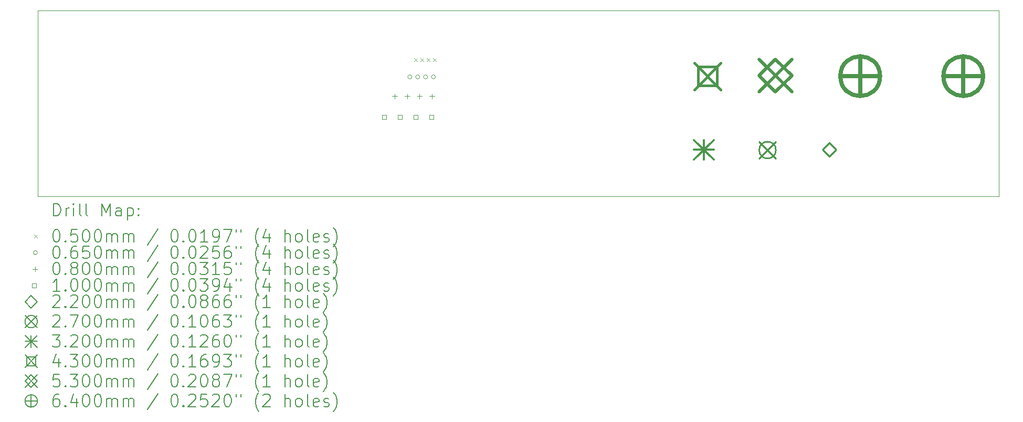
<source format=gbr>
%TF.GenerationSoftware,KiCad,Pcbnew,8.0.5*%
%TF.CreationDate,2024-09-12T21:57:33+02:00*%
%TF.ProjectId,Ruler_IPRL_KiCad,52756c65-725f-4495-9052-4c5f4b694361,rev?*%
%TF.SameCoordinates,Original*%
%TF.FileFunction,Drillmap*%
%TF.FilePolarity,Positive*%
%FSLAX45Y45*%
G04 Gerber Fmt 4.5, Leading zero omitted, Abs format (unit mm)*
G04 Created by KiCad (PCBNEW 8.0.5) date 2024-09-12 21:57:33*
%MOMM*%
%LPD*%
G01*
G04 APERTURE LIST*
%ADD10C,0.100000*%
%ADD11C,0.200000*%
%ADD12C,0.220000*%
%ADD13C,0.270000*%
%ADD14C,0.320000*%
%ADD15C,0.430000*%
%ADD16C,0.530000*%
%ADD17C,0.640000*%
G04 APERTURE END LIST*
D10*
X7500000Y-8500000D02*
X23000000Y-8500000D01*
X23000000Y-11500000D01*
X7500000Y-11500000D01*
X7500000Y-8500000D01*
D11*
D10*
X13575000Y-9276000D02*
X13625000Y-9326000D01*
X13625000Y-9276000D02*
X13575000Y-9326000D01*
X13675000Y-9276000D02*
X13725000Y-9326000D01*
X13725000Y-9276000D02*
X13675000Y-9326000D01*
X13775000Y-9276000D02*
X13825000Y-9326000D01*
X13825000Y-9276000D02*
X13775000Y-9326000D01*
X13875000Y-9276000D02*
X13925000Y-9326000D01*
X13925000Y-9276000D02*
X13875000Y-9326000D01*
X13534500Y-9574000D02*
G75*
G02*
X13469500Y-9574000I-32500J0D01*
G01*
X13469500Y-9574000D02*
G75*
G02*
X13534500Y-9574000I32500J0D01*
G01*
X13661500Y-9574000D02*
G75*
G02*
X13596500Y-9574000I-32500J0D01*
G01*
X13596500Y-9574000D02*
G75*
G02*
X13661500Y-9574000I32500J0D01*
G01*
X13788500Y-9574000D02*
G75*
G02*
X13723500Y-9574000I-32500J0D01*
G01*
X13723500Y-9574000D02*
G75*
G02*
X13788500Y-9574000I32500J0D01*
G01*
X13915500Y-9574000D02*
G75*
G02*
X13850500Y-9574000I-32500J0D01*
G01*
X13850500Y-9574000D02*
G75*
G02*
X13915500Y-9574000I32500J0D01*
G01*
X13260000Y-9847000D02*
X13260000Y-9927000D01*
X13220000Y-9887000D02*
X13300000Y-9887000D01*
X13460000Y-9847000D02*
X13460000Y-9927000D01*
X13420000Y-9887000D02*
X13500000Y-9887000D01*
X13660000Y-9847000D02*
X13660000Y-9927000D01*
X13620000Y-9887000D02*
X13700000Y-9887000D01*
X13860000Y-9847000D02*
X13860000Y-9927000D01*
X13820000Y-9887000D02*
X13900000Y-9887000D01*
X13125356Y-10257356D02*
X13125356Y-10186644D01*
X13054644Y-10186644D01*
X13054644Y-10257356D01*
X13125356Y-10257356D01*
X13379356Y-10257356D02*
X13379356Y-10186644D01*
X13308644Y-10186644D01*
X13308644Y-10257356D01*
X13379356Y-10257356D01*
X13633356Y-10257356D02*
X13633356Y-10186644D01*
X13562644Y-10186644D01*
X13562644Y-10257356D01*
X13633356Y-10257356D01*
X13887356Y-10257356D02*
X13887356Y-10186644D01*
X13816644Y-10186644D01*
X13816644Y-10257356D01*
X13887356Y-10257356D01*
D12*
X20266000Y-10860000D02*
X20376000Y-10750000D01*
X20266000Y-10640000D01*
X20156000Y-10750000D01*
X20266000Y-10860000D01*
D13*
X19138000Y-10619250D02*
X19408000Y-10889250D01*
X19408000Y-10619250D02*
X19138000Y-10889250D01*
X19408000Y-10754250D02*
G75*
G02*
X19138000Y-10754250I-135000J0D01*
G01*
X19138000Y-10754250D02*
G75*
G02*
X19408000Y-10754250I135000J0D01*
G01*
D14*
X18087000Y-10590000D02*
X18407000Y-10910000D01*
X18407000Y-10590000D02*
X18087000Y-10910000D01*
X18247000Y-10590000D02*
X18247000Y-10910000D01*
X18087000Y-10750000D02*
X18407000Y-10750000D01*
D15*
X18090000Y-9350000D02*
X18520000Y-9780000D01*
X18520000Y-9350000D02*
X18090000Y-9780000D01*
X18457029Y-9717029D02*
X18457029Y-9412971D01*
X18152971Y-9412971D01*
X18152971Y-9717029D01*
X18457029Y-9717029D01*
D16*
X19135000Y-9287500D02*
X19665000Y-9817500D01*
X19665000Y-9287500D02*
X19135000Y-9817500D01*
X19400000Y-9817500D02*
X19665000Y-9552500D01*
X19400000Y-9287500D01*
X19135000Y-9552500D01*
X19400000Y-9817500D01*
D17*
X20767500Y-9242500D02*
X20767500Y-9882500D01*
X20447500Y-9562500D02*
X21087500Y-9562500D01*
X21087500Y-9562500D02*
G75*
G02*
X20447500Y-9562500I-320000J0D01*
G01*
X20447500Y-9562500D02*
G75*
G02*
X21087500Y-9562500I320000J0D01*
G01*
X22430000Y-9242500D02*
X22430000Y-9882500D01*
X22110000Y-9562500D02*
X22750000Y-9562500D01*
X22750000Y-9562500D02*
G75*
G02*
X22110000Y-9562500I-320000J0D01*
G01*
X22110000Y-9562500D02*
G75*
G02*
X22750000Y-9562500I320000J0D01*
G01*
D11*
X7755777Y-11816484D02*
X7755777Y-11616484D01*
X7755777Y-11616484D02*
X7803396Y-11616484D01*
X7803396Y-11616484D02*
X7831967Y-11626008D01*
X7831967Y-11626008D02*
X7851015Y-11645055D01*
X7851015Y-11645055D02*
X7860539Y-11664103D01*
X7860539Y-11664103D02*
X7870062Y-11702198D01*
X7870062Y-11702198D02*
X7870062Y-11730769D01*
X7870062Y-11730769D02*
X7860539Y-11768865D01*
X7860539Y-11768865D02*
X7851015Y-11787912D01*
X7851015Y-11787912D02*
X7831967Y-11806960D01*
X7831967Y-11806960D02*
X7803396Y-11816484D01*
X7803396Y-11816484D02*
X7755777Y-11816484D01*
X7955777Y-11816484D02*
X7955777Y-11683150D01*
X7955777Y-11721246D02*
X7965301Y-11702198D01*
X7965301Y-11702198D02*
X7974824Y-11692674D01*
X7974824Y-11692674D02*
X7993872Y-11683150D01*
X7993872Y-11683150D02*
X8012920Y-11683150D01*
X8079586Y-11816484D02*
X8079586Y-11683150D01*
X8079586Y-11616484D02*
X8070062Y-11626008D01*
X8070062Y-11626008D02*
X8079586Y-11635531D01*
X8079586Y-11635531D02*
X8089110Y-11626008D01*
X8089110Y-11626008D02*
X8079586Y-11616484D01*
X8079586Y-11616484D02*
X8079586Y-11635531D01*
X8203396Y-11816484D02*
X8184348Y-11806960D01*
X8184348Y-11806960D02*
X8174824Y-11787912D01*
X8174824Y-11787912D02*
X8174824Y-11616484D01*
X8308158Y-11816484D02*
X8289110Y-11806960D01*
X8289110Y-11806960D02*
X8279586Y-11787912D01*
X8279586Y-11787912D02*
X8279586Y-11616484D01*
X8536729Y-11816484D02*
X8536729Y-11616484D01*
X8536729Y-11616484D02*
X8603396Y-11759341D01*
X8603396Y-11759341D02*
X8670063Y-11616484D01*
X8670063Y-11616484D02*
X8670063Y-11816484D01*
X8851015Y-11816484D02*
X8851015Y-11711722D01*
X8851015Y-11711722D02*
X8841491Y-11692674D01*
X8841491Y-11692674D02*
X8822444Y-11683150D01*
X8822444Y-11683150D02*
X8784348Y-11683150D01*
X8784348Y-11683150D02*
X8765301Y-11692674D01*
X8851015Y-11806960D02*
X8831967Y-11816484D01*
X8831967Y-11816484D02*
X8784348Y-11816484D01*
X8784348Y-11816484D02*
X8765301Y-11806960D01*
X8765301Y-11806960D02*
X8755777Y-11787912D01*
X8755777Y-11787912D02*
X8755777Y-11768865D01*
X8755777Y-11768865D02*
X8765301Y-11749817D01*
X8765301Y-11749817D02*
X8784348Y-11740293D01*
X8784348Y-11740293D02*
X8831967Y-11740293D01*
X8831967Y-11740293D02*
X8851015Y-11730769D01*
X8946253Y-11683150D02*
X8946253Y-11883150D01*
X8946253Y-11692674D02*
X8965301Y-11683150D01*
X8965301Y-11683150D02*
X9003396Y-11683150D01*
X9003396Y-11683150D02*
X9022444Y-11692674D01*
X9022444Y-11692674D02*
X9031967Y-11702198D01*
X9031967Y-11702198D02*
X9041491Y-11721246D01*
X9041491Y-11721246D02*
X9041491Y-11778388D01*
X9041491Y-11778388D02*
X9031967Y-11797436D01*
X9031967Y-11797436D02*
X9022444Y-11806960D01*
X9022444Y-11806960D02*
X9003396Y-11816484D01*
X9003396Y-11816484D02*
X8965301Y-11816484D01*
X8965301Y-11816484D02*
X8946253Y-11806960D01*
X9127205Y-11797436D02*
X9136729Y-11806960D01*
X9136729Y-11806960D02*
X9127205Y-11816484D01*
X9127205Y-11816484D02*
X9117682Y-11806960D01*
X9117682Y-11806960D02*
X9127205Y-11797436D01*
X9127205Y-11797436D02*
X9127205Y-11816484D01*
X9127205Y-11692674D02*
X9136729Y-11702198D01*
X9136729Y-11702198D02*
X9127205Y-11711722D01*
X9127205Y-11711722D02*
X9117682Y-11702198D01*
X9117682Y-11702198D02*
X9127205Y-11692674D01*
X9127205Y-11692674D02*
X9127205Y-11711722D01*
D10*
X7445000Y-12120000D02*
X7495000Y-12170000D01*
X7495000Y-12120000D02*
X7445000Y-12170000D01*
D11*
X7793872Y-12036484D02*
X7812920Y-12036484D01*
X7812920Y-12036484D02*
X7831967Y-12046008D01*
X7831967Y-12046008D02*
X7841491Y-12055531D01*
X7841491Y-12055531D02*
X7851015Y-12074579D01*
X7851015Y-12074579D02*
X7860539Y-12112674D01*
X7860539Y-12112674D02*
X7860539Y-12160293D01*
X7860539Y-12160293D02*
X7851015Y-12198388D01*
X7851015Y-12198388D02*
X7841491Y-12217436D01*
X7841491Y-12217436D02*
X7831967Y-12226960D01*
X7831967Y-12226960D02*
X7812920Y-12236484D01*
X7812920Y-12236484D02*
X7793872Y-12236484D01*
X7793872Y-12236484D02*
X7774824Y-12226960D01*
X7774824Y-12226960D02*
X7765301Y-12217436D01*
X7765301Y-12217436D02*
X7755777Y-12198388D01*
X7755777Y-12198388D02*
X7746253Y-12160293D01*
X7746253Y-12160293D02*
X7746253Y-12112674D01*
X7746253Y-12112674D02*
X7755777Y-12074579D01*
X7755777Y-12074579D02*
X7765301Y-12055531D01*
X7765301Y-12055531D02*
X7774824Y-12046008D01*
X7774824Y-12046008D02*
X7793872Y-12036484D01*
X7946253Y-12217436D02*
X7955777Y-12226960D01*
X7955777Y-12226960D02*
X7946253Y-12236484D01*
X7946253Y-12236484D02*
X7936729Y-12226960D01*
X7936729Y-12226960D02*
X7946253Y-12217436D01*
X7946253Y-12217436D02*
X7946253Y-12236484D01*
X8136729Y-12036484D02*
X8041491Y-12036484D01*
X8041491Y-12036484D02*
X8031967Y-12131722D01*
X8031967Y-12131722D02*
X8041491Y-12122198D01*
X8041491Y-12122198D02*
X8060539Y-12112674D01*
X8060539Y-12112674D02*
X8108158Y-12112674D01*
X8108158Y-12112674D02*
X8127205Y-12122198D01*
X8127205Y-12122198D02*
X8136729Y-12131722D01*
X8136729Y-12131722D02*
X8146253Y-12150769D01*
X8146253Y-12150769D02*
X8146253Y-12198388D01*
X8146253Y-12198388D02*
X8136729Y-12217436D01*
X8136729Y-12217436D02*
X8127205Y-12226960D01*
X8127205Y-12226960D02*
X8108158Y-12236484D01*
X8108158Y-12236484D02*
X8060539Y-12236484D01*
X8060539Y-12236484D02*
X8041491Y-12226960D01*
X8041491Y-12226960D02*
X8031967Y-12217436D01*
X8270062Y-12036484D02*
X8289110Y-12036484D01*
X8289110Y-12036484D02*
X8308158Y-12046008D01*
X8308158Y-12046008D02*
X8317682Y-12055531D01*
X8317682Y-12055531D02*
X8327205Y-12074579D01*
X8327205Y-12074579D02*
X8336729Y-12112674D01*
X8336729Y-12112674D02*
X8336729Y-12160293D01*
X8336729Y-12160293D02*
X8327205Y-12198388D01*
X8327205Y-12198388D02*
X8317682Y-12217436D01*
X8317682Y-12217436D02*
X8308158Y-12226960D01*
X8308158Y-12226960D02*
X8289110Y-12236484D01*
X8289110Y-12236484D02*
X8270062Y-12236484D01*
X8270062Y-12236484D02*
X8251015Y-12226960D01*
X8251015Y-12226960D02*
X8241491Y-12217436D01*
X8241491Y-12217436D02*
X8231967Y-12198388D01*
X8231967Y-12198388D02*
X8222443Y-12160293D01*
X8222443Y-12160293D02*
X8222443Y-12112674D01*
X8222443Y-12112674D02*
X8231967Y-12074579D01*
X8231967Y-12074579D02*
X8241491Y-12055531D01*
X8241491Y-12055531D02*
X8251015Y-12046008D01*
X8251015Y-12046008D02*
X8270062Y-12036484D01*
X8460539Y-12036484D02*
X8479586Y-12036484D01*
X8479586Y-12036484D02*
X8498634Y-12046008D01*
X8498634Y-12046008D02*
X8508158Y-12055531D01*
X8508158Y-12055531D02*
X8517682Y-12074579D01*
X8517682Y-12074579D02*
X8527205Y-12112674D01*
X8527205Y-12112674D02*
X8527205Y-12160293D01*
X8527205Y-12160293D02*
X8517682Y-12198388D01*
X8517682Y-12198388D02*
X8508158Y-12217436D01*
X8508158Y-12217436D02*
X8498634Y-12226960D01*
X8498634Y-12226960D02*
X8479586Y-12236484D01*
X8479586Y-12236484D02*
X8460539Y-12236484D01*
X8460539Y-12236484D02*
X8441491Y-12226960D01*
X8441491Y-12226960D02*
X8431967Y-12217436D01*
X8431967Y-12217436D02*
X8422444Y-12198388D01*
X8422444Y-12198388D02*
X8412920Y-12160293D01*
X8412920Y-12160293D02*
X8412920Y-12112674D01*
X8412920Y-12112674D02*
X8422444Y-12074579D01*
X8422444Y-12074579D02*
X8431967Y-12055531D01*
X8431967Y-12055531D02*
X8441491Y-12046008D01*
X8441491Y-12046008D02*
X8460539Y-12036484D01*
X8612920Y-12236484D02*
X8612920Y-12103150D01*
X8612920Y-12122198D02*
X8622444Y-12112674D01*
X8622444Y-12112674D02*
X8641491Y-12103150D01*
X8641491Y-12103150D02*
X8670063Y-12103150D01*
X8670063Y-12103150D02*
X8689110Y-12112674D01*
X8689110Y-12112674D02*
X8698634Y-12131722D01*
X8698634Y-12131722D02*
X8698634Y-12236484D01*
X8698634Y-12131722D02*
X8708158Y-12112674D01*
X8708158Y-12112674D02*
X8727205Y-12103150D01*
X8727205Y-12103150D02*
X8755777Y-12103150D01*
X8755777Y-12103150D02*
X8774825Y-12112674D01*
X8774825Y-12112674D02*
X8784348Y-12131722D01*
X8784348Y-12131722D02*
X8784348Y-12236484D01*
X8879586Y-12236484D02*
X8879586Y-12103150D01*
X8879586Y-12122198D02*
X8889110Y-12112674D01*
X8889110Y-12112674D02*
X8908158Y-12103150D01*
X8908158Y-12103150D02*
X8936729Y-12103150D01*
X8936729Y-12103150D02*
X8955777Y-12112674D01*
X8955777Y-12112674D02*
X8965301Y-12131722D01*
X8965301Y-12131722D02*
X8965301Y-12236484D01*
X8965301Y-12131722D02*
X8974825Y-12112674D01*
X8974825Y-12112674D02*
X8993872Y-12103150D01*
X8993872Y-12103150D02*
X9022444Y-12103150D01*
X9022444Y-12103150D02*
X9041491Y-12112674D01*
X9041491Y-12112674D02*
X9051015Y-12131722D01*
X9051015Y-12131722D02*
X9051015Y-12236484D01*
X9441491Y-12026960D02*
X9270063Y-12284103D01*
X9698634Y-12036484D02*
X9717682Y-12036484D01*
X9717682Y-12036484D02*
X9736729Y-12046008D01*
X9736729Y-12046008D02*
X9746253Y-12055531D01*
X9746253Y-12055531D02*
X9755777Y-12074579D01*
X9755777Y-12074579D02*
X9765301Y-12112674D01*
X9765301Y-12112674D02*
X9765301Y-12160293D01*
X9765301Y-12160293D02*
X9755777Y-12198388D01*
X9755777Y-12198388D02*
X9746253Y-12217436D01*
X9746253Y-12217436D02*
X9736729Y-12226960D01*
X9736729Y-12226960D02*
X9717682Y-12236484D01*
X9717682Y-12236484D02*
X9698634Y-12236484D01*
X9698634Y-12236484D02*
X9679587Y-12226960D01*
X9679587Y-12226960D02*
X9670063Y-12217436D01*
X9670063Y-12217436D02*
X9660539Y-12198388D01*
X9660539Y-12198388D02*
X9651015Y-12160293D01*
X9651015Y-12160293D02*
X9651015Y-12112674D01*
X9651015Y-12112674D02*
X9660539Y-12074579D01*
X9660539Y-12074579D02*
X9670063Y-12055531D01*
X9670063Y-12055531D02*
X9679587Y-12046008D01*
X9679587Y-12046008D02*
X9698634Y-12036484D01*
X9851015Y-12217436D02*
X9860539Y-12226960D01*
X9860539Y-12226960D02*
X9851015Y-12236484D01*
X9851015Y-12236484D02*
X9841491Y-12226960D01*
X9841491Y-12226960D02*
X9851015Y-12217436D01*
X9851015Y-12217436D02*
X9851015Y-12236484D01*
X9984348Y-12036484D02*
X10003396Y-12036484D01*
X10003396Y-12036484D02*
X10022444Y-12046008D01*
X10022444Y-12046008D02*
X10031968Y-12055531D01*
X10031968Y-12055531D02*
X10041491Y-12074579D01*
X10041491Y-12074579D02*
X10051015Y-12112674D01*
X10051015Y-12112674D02*
X10051015Y-12160293D01*
X10051015Y-12160293D02*
X10041491Y-12198388D01*
X10041491Y-12198388D02*
X10031968Y-12217436D01*
X10031968Y-12217436D02*
X10022444Y-12226960D01*
X10022444Y-12226960D02*
X10003396Y-12236484D01*
X10003396Y-12236484D02*
X9984348Y-12236484D01*
X9984348Y-12236484D02*
X9965301Y-12226960D01*
X9965301Y-12226960D02*
X9955777Y-12217436D01*
X9955777Y-12217436D02*
X9946253Y-12198388D01*
X9946253Y-12198388D02*
X9936729Y-12160293D01*
X9936729Y-12160293D02*
X9936729Y-12112674D01*
X9936729Y-12112674D02*
X9946253Y-12074579D01*
X9946253Y-12074579D02*
X9955777Y-12055531D01*
X9955777Y-12055531D02*
X9965301Y-12046008D01*
X9965301Y-12046008D02*
X9984348Y-12036484D01*
X10241491Y-12236484D02*
X10127206Y-12236484D01*
X10184348Y-12236484D02*
X10184348Y-12036484D01*
X10184348Y-12036484D02*
X10165301Y-12065055D01*
X10165301Y-12065055D02*
X10146253Y-12084103D01*
X10146253Y-12084103D02*
X10127206Y-12093627D01*
X10336729Y-12236484D02*
X10374825Y-12236484D01*
X10374825Y-12236484D02*
X10393872Y-12226960D01*
X10393872Y-12226960D02*
X10403396Y-12217436D01*
X10403396Y-12217436D02*
X10422444Y-12188865D01*
X10422444Y-12188865D02*
X10431968Y-12150769D01*
X10431968Y-12150769D02*
X10431968Y-12074579D01*
X10431968Y-12074579D02*
X10422444Y-12055531D01*
X10422444Y-12055531D02*
X10412920Y-12046008D01*
X10412920Y-12046008D02*
X10393872Y-12036484D01*
X10393872Y-12036484D02*
X10355777Y-12036484D01*
X10355777Y-12036484D02*
X10336729Y-12046008D01*
X10336729Y-12046008D02*
X10327206Y-12055531D01*
X10327206Y-12055531D02*
X10317682Y-12074579D01*
X10317682Y-12074579D02*
X10317682Y-12122198D01*
X10317682Y-12122198D02*
X10327206Y-12141246D01*
X10327206Y-12141246D02*
X10336729Y-12150769D01*
X10336729Y-12150769D02*
X10355777Y-12160293D01*
X10355777Y-12160293D02*
X10393872Y-12160293D01*
X10393872Y-12160293D02*
X10412920Y-12150769D01*
X10412920Y-12150769D02*
X10422444Y-12141246D01*
X10422444Y-12141246D02*
X10431968Y-12122198D01*
X10498634Y-12036484D02*
X10631968Y-12036484D01*
X10631968Y-12036484D02*
X10546253Y-12236484D01*
X10698634Y-12036484D02*
X10698634Y-12074579D01*
X10774825Y-12036484D02*
X10774825Y-12074579D01*
X11070063Y-12312674D02*
X11060539Y-12303150D01*
X11060539Y-12303150D02*
X11041491Y-12274579D01*
X11041491Y-12274579D02*
X11031968Y-12255531D01*
X11031968Y-12255531D02*
X11022444Y-12226960D01*
X11022444Y-12226960D02*
X11012920Y-12179341D01*
X11012920Y-12179341D02*
X11012920Y-12141246D01*
X11012920Y-12141246D02*
X11022444Y-12093627D01*
X11022444Y-12093627D02*
X11031968Y-12065055D01*
X11031968Y-12065055D02*
X11041491Y-12046008D01*
X11041491Y-12046008D02*
X11060539Y-12017436D01*
X11060539Y-12017436D02*
X11070063Y-12007912D01*
X11231968Y-12103150D02*
X11231968Y-12236484D01*
X11184349Y-12026960D02*
X11136730Y-12169817D01*
X11136730Y-12169817D02*
X11260539Y-12169817D01*
X11489110Y-12236484D02*
X11489110Y-12036484D01*
X11574825Y-12236484D02*
X11574825Y-12131722D01*
X11574825Y-12131722D02*
X11565301Y-12112674D01*
X11565301Y-12112674D02*
X11546253Y-12103150D01*
X11546253Y-12103150D02*
X11517682Y-12103150D01*
X11517682Y-12103150D02*
X11498634Y-12112674D01*
X11498634Y-12112674D02*
X11489110Y-12122198D01*
X11698634Y-12236484D02*
X11679587Y-12226960D01*
X11679587Y-12226960D02*
X11670063Y-12217436D01*
X11670063Y-12217436D02*
X11660539Y-12198388D01*
X11660539Y-12198388D02*
X11660539Y-12141246D01*
X11660539Y-12141246D02*
X11670063Y-12122198D01*
X11670063Y-12122198D02*
X11679587Y-12112674D01*
X11679587Y-12112674D02*
X11698634Y-12103150D01*
X11698634Y-12103150D02*
X11727206Y-12103150D01*
X11727206Y-12103150D02*
X11746253Y-12112674D01*
X11746253Y-12112674D02*
X11755777Y-12122198D01*
X11755777Y-12122198D02*
X11765301Y-12141246D01*
X11765301Y-12141246D02*
X11765301Y-12198388D01*
X11765301Y-12198388D02*
X11755777Y-12217436D01*
X11755777Y-12217436D02*
X11746253Y-12226960D01*
X11746253Y-12226960D02*
X11727206Y-12236484D01*
X11727206Y-12236484D02*
X11698634Y-12236484D01*
X11879587Y-12236484D02*
X11860539Y-12226960D01*
X11860539Y-12226960D02*
X11851015Y-12207912D01*
X11851015Y-12207912D02*
X11851015Y-12036484D01*
X12031968Y-12226960D02*
X12012920Y-12236484D01*
X12012920Y-12236484D02*
X11974825Y-12236484D01*
X11974825Y-12236484D02*
X11955777Y-12226960D01*
X11955777Y-12226960D02*
X11946253Y-12207912D01*
X11946253Y-12207912D02*
X11946253Y-12131722D01*
X11946253Y-12131722D02*
X11955777Y-12112674D01*
X11955777Y-12112674D02*
X11974825Y-12103150D01*
X11974825Y-12103150D02*
X12012920Y-12103150D01*
X12012920Y-12103150D02*
X12031968Y-12112674D01*
X12031968Y-12112674D02*
X12041491Y-12131722D01*
X12041491Y-12131722D02*
X12041491Y-12150769D01*
X12041491Y-12150769D02*
X11946253Y-12169817D01*
X12117682Y-12226960D02*
X12136730Y-12236484D01*
X12136730Y-12236484D02*
X12174825Y-12236484D01*
X12174825Y-12236484D02*
X12193872Y-12226960D01*
X12193872Y-12226960D02*
X12203396Y-12207912D01*
X12203396Y-12207912D02*
X12203396Y-12198388D01*
X12203396Y-12198388D02*
X12193872Y-12179341D01*
X12193872Y-12179341D02*
X12174825Y-12169817D01*
X12174825Y-12169817D02*
X12146253Y-12169817D01*
X12146253Y-12169817D02*
X12127206Y-12160293D01*
X12127206Y-12160293D02*
X12117682Y-12141246D01*
X12117682Y-12141246D02*
X12117682Y-12131722D01*
X12117682Y-12131722D02*
X12127206Y-12112674D01*
X12127206Y-12112674D02*
X12146253Y-12103150D01*
X12146253Y-12103150D02*
X12174825Y-12103150D01*
X12174825Y-12103150D02*
X12193872Y-12112674D01*
X12270063Y-12312674D02*
X12279587Y-12303150D01*
X12279587Y-12303150D02*
X12298634Y-12274579D01*
X12298634Y-12274579D02*
X12308158Y-12255531D01*
X12308158Y-12255531D02*
X12317682Y-12226960D01*
X12317682Y-12226960D02*
X12327206Y-12179341D01*
X12327206Y-12179341D02*
X12327206Y-12141246D01*
X12327206Y-12141246D02*
X12317682Y-12093627D01*
X12317682Y-12093627D02*
X12308158Y-12065055D01*
X12308158Y-12065055D02*
X12298634Y-12046008D01*
X12298634Y-12046008D02*
X12279587Y-12017436D01*
X12279587Y-12017436D02*
X12270063Y-12007912D01*
D10*
X7495000Y-12409000D02*
G75*
G02*
X7430000Y-12409000I-32500J0D01*
G01*
X7430000Y-12409000D02*
G75*
G02*
X7495000Y-12409000I32500J0D01*
G01*
D11*
X7793872Y-12300484D02*
X7812920Y-12300484D01*
X7812920Y-12300484D02*
X7831967Y-12310008D01*
X7831967Y-12310008D02*
X7841491Y-12319531D01*
X7841491Y-12319531D02*
X7851015Y-12338579D01*
X7851015Y-12338579D02*
X7860539Y-12376674D01*
X7860539Y-12376674D02*
X7860539Y-12424293D01*
X7860539Y-12424293D02*
X7851015Y-12462388D01*
X7851015Y-12462388D02*
X7841491Y-12481436D01*
X7841491Y-12481436D02*
X7831967Y-12490960D01*
X7831967Y-12490960D02*
X7812920Y-12500484D01*
X7812920Y-12500484D02*
X7793872Y-12500484D01*
X7793872Y-12500484D02*
X7774824Y-12490960D01*
X7774824Y-12490960D02*
X7765301Y-12481436D01*
X7765301Y-12481436D02*
X7755777Y-12462388D01*
X7755777Y-12462388D02*
X7746253Y-12424293D01*
X7746253Y-12424293D02*
X7746253Y-12376674D01*
X7746253Y-12376674D02*
X7755777Y-12338579D01*
X7755777Y-12338579D02*
X7765301Y-12319531D01*
X7765301Y-12319531D02*
X7774824Y-12310008D01*
X7774824Y-12310008D02*
X7793872Y-12300484D01*
X7946253Y-12481436D02*
X7955777Y-12490960D01*
X7955777Y-12490960D02*
X7946253Y-12500484D01*
X7946253Y-12500484D02*
X7936729Y-12490960D01*
X7936729Y-12490960D02*
X7946253Y-12481436D01*
X7946253Y-12481436D02*
X7946253Y-12500484D01*
X8127205Y-12300484D02*
X8089110Y-12300484D01*
X8089110Y-12300484D02*
X8070062Y-12310008D01*
X8070062Y-12310008D02*
X8060539Y-12319531D01*
X8060539Y-12319531D02*
X8041491Y-12348103D01*
X8041491Y-12348103D02*
X8031967Y-12386198D01*
X8031967Y-12386198D02*
X8031967Y-12462388D01*
X8031967Y-12462388D02*
X8041491Y-12481436D01*
X8041491Y-12481436D02*
X8051015Y-12490960D01*
X8051015Y-12490960D02*
X8070062Y-12500484D01*
X8070062Y-12500484D02*
X8108158Y-12500484D01*
X8108158Y-12500484D02*
X8127205Y-12490960D01*
X8127205Y-12490960D02*
X8136729Y-12481436D01*
X8136729Y-12481436D02*
X8146253Y-12462388D01*
X8146253Y-12462388D02*
X8146253Y-12414769D01*
X8146253Y-12414769D02*
X8136729Y-12395722D01*
X8136729Y-12395722D02*
X8127205Y-12386198D01*
X8127205Y-12386198D02*
X8108158Y-12376674D01*
X8108158Y-12376674D02*
X8070062Y-12376674D01*
X8070062Y-12376674D02*
X8051015Y-12386198D01*
X8051015Y-12386198D02*
X8041491Y-12395722D01*
X8041491Y-12395722D02*
X8031967Y-12414769D01*
X8327205Y-12300484D02*
X8231967Y-12300484D01*
X8231967Y-12300484D02*
X8222443Y-12395722D01*
X8222443Y-12395722D02*
X8231967Y-12386198D01*
X8231967Y-12386198D02*
X8251015Y-12376674D01*
X8251015Y-12376674D02*
X8298634Y-12376674D01*
X8298634Y-12376674D02*
X8317682Y-12386198D01*
X8317682Y-12386198D02*
X8327205Y-12395722D01*
X8327205Y-12395722D02*
X8336729Y-12414769D01*
X8336729Y-12414769D02*
X8336729Y-12462388D01*
X8336729Y-12462388D02*
X8327205Y-12481436D01*
X8327205Y-12481436D02*
X8317682Y-12490960D01*
X8317682Y-12490960D02*
X8298634Y-12500484D01*
X8298634Y-12500484D02*
X8251015Y-12500484D01*
X8251015Y-12500484D02*
X8231967Y-12490960D01*
X8231967Y-12490960D02*
X8222443Y-12481436D01*
X8460539Y-12300484D02*
X8479586Y-12300484D01*
X8479586Y-12300484D02*
X8498634Y-12310008D01*
X8498634Y-12310008D02*
X8508158Y-12319531D01*
X8508158Y-12319531D02*
X8517682Y-12338579D01*
X8517682Y-12338579D02*
X8527205Y-12376674D01*
X8527205Y-12376674D02*
X8527205Y-12424293D01*
X8527205Y-12424293D02*
X8517682Y-12462388D01*
X8517682Y-12462388D02*
X8508158Y-12481436D01*
X8508158Y-12481436D02*
X8498634Y-12490960D01*
X8498634Y-12490960D02*
X8479586Y-12500484D01*
X8479586Y-12500484D02*
X8460539Y-12500484D01*
X8460539Y-12500484D02*
X8441491Y-12490960D01*
X8441491Y-12490960D02*
X8431967Y-12481436D01*
X8431967Y-12481436D02*
X8422444Y-12462388D01*
X8422444Y-12462388D02*
X8412920Y-12424293D01*
X8412920Y-12424293D02*
X8412920Y-12376674D01*
X8412920Y-12376674D02*
X8422444Y-12338579D01*
X8422444Y-12338579D02*
X8431967Y-12319531D01*
X8431967Y-12319531D02*
X8441491Y-12310008D01*
X8441491Y-12310008D02*
X8460539Y-12300484D01*
X8612920Y-12500484D02*
X8612920Y-12367150D01*
X8612920Y-12386198D02*
X8622444Y-12376674D01*
X8622444Y-12376674D02*
X8641491Y-12367150D01*
X8641491Y-12367150D02*
X8670063Y-12367150D01*
X8670063Y-12367150D02*
X8689110Y-12376674D01*
X8689110Y-12376674D02*
X8698634Y-12395722D01*
X8698634Y-12395722D02*
X8698634Y-12500484D01*
X8698634Y-12395722D02*
X8708158Y-12376674D01*
X8708158Y-12376674D02*
X8727205Y-12367150D01*
X8727205Y-12367150D02*
X8755777Y-12367150D01*
X8755777Y-12367150D02*
X8774825Y-12376674D01*
X8774825Y-12376674D02*
X8784348Y-12395722D01*
X8784348Y-12395722D02*
X8784348Y-12500484D01*
X8879586Y-12500484D02*
X8879586Y-12367150D01*
X8879586Y-12386198D02*
X8889110Y-12376674D01*
X8889110Y-12376674D02*
X8908158Y-12367150D01*
X8908158Y-12367150D02*
X8936729Y-12367150D01*
X8936729Y-12367150D02*
X8955777Y-12376674D01*
X8955777Y-12376674D02*
X8965301Y-12395722D01*
X8965301Y-12395722D02*
X8965301Y-12500484D01*
X8965301Y-12395722D02*
X8974825Y-12376674D01*
X8974825Y-12376674D02*
X8993872Y-12367150D01*
X8993872Y-12367150D02*
X9022444Y-12367150D01*
X9022444Y-12367150D02*
X9041491Y-12376674D01*
X9041491Y-12376674D02*
X9051015Y-12395722D01*
X9051015Y-12395722D02*
X9051015Y-12500484D01*
X9441491Y-12290960D02*
X9270063Y-12548103D01*
X9698634Y-12300484D02*
X9717682Y-12300484D01*
X9717682Y-12300484D02*
X9736729Y-12310008D01*
X9736729Y-12310008D02*
X9746253Y-12319531D01*
X9746253Y-12319531D02*
X9755777Y-12338579D01*
X9755777Y-12338579D02*
X9765301Y-12376674D01*
X9765301Y-12376674D02*
X9765301Y-12424293D01*
X9765301Y-12424293D02*
X9755777Y-12462388D01*
X9755777Y-12462388D02*
X9746253Y-12481436D01*
X9746253Y-12481436D02*
X9736729Y-12490960D01*
X9736729Y-12490960D02*
X9717682Y-12500484D01*
X9717682Y-12500484D02*
X9698634Y-12500484D01*
X9698634Y-12500484D02*
X9679587Y-12490960D01*
X9679587Y-12490960D02*
X9670063Y-12481436D01*
X9670063Y-12481436D02*
X9660539Y-12462388D01*
X9660539Y-12462388D02*
X9651015Y-12424293D01*
X9651015Y-12424293D02*
X9651015Y-12376674D01*
X9651015Y-12376674D02*
X9660539Y-12338579D01*
X9660539Y-12338579D02*
X9670063Y-12319531D01*
X9670063Y-12319531D02*
X9679587Y-12310008D01*
X9679587Y-12310008D02*
X9698634Y-12300484D01*
X9851015Y-12481436D02*
X9860539Y-12490960D01*
X9860539Y-12490960D02*
X9851015Y-12500484D01*
X9851015Y-12500484D02*
X9841491Y-12490960D01*
X9841491Y-12490960D02*
X9851015Y-12481436D01*
X9851015Y-12481436D02*
X9851015Y-12500484D01*
X9984348Y-12300484D02*
X10003396Y-12300484D01*
X10003396Y-12300484D02*
X10022444Y-12310008D01*
X10022444Y-12310008D02*
X10031968Y-12319531D01*
X10031968Y-12319531D02*
X10041491Y-12338579D01*
X10041491Y-12338579D02*
X10051015Y-12376674D01*
X10051015Y-12376674D02*
X10051015Y-12424293D01*
X10051015Y-12424293D02*
X10041491Y-12462388D01*
X10041491Y-12462388D02*
X10031968Y-12481436D01*
X10031968Y-12481436D02*
X10022444Y-12490960D01*
X10022444Y-12490960D02*
X10003396Y-12500484D01*
X10003396Y-12500484D02*
X9984348Y-12500484D01*
X9984348Y-12500484D02*
X9965301Y-12490960D01*
X9965301Y-12490960D02*
X9955777Y-12481436D01*
X9955777Y-12481436D02*
X9946253Y-12462388D01*
X9946253Y-12462388D02*
X9936729Y-12424293D01*
X9936729Y-12424293D02*
X9936729Y-12376674D01*
X9936729Y-12376674D02*
X9946253Y-12338579D01*
X9946253Y-12338579D02*
X9955777Y-12319531D01*
X9955777Y-12319531D02*
X9965301Y-12310008D01*
X9965301Y-12310008D02*
X9984348Y-12300484D01*
X10127206Y-12319531D02*
X10136729Y-12310008D01*
X10136729Y-12310008D02*
X10155777Y-12300484D01*
X10155777Y-12300484D02*
X10203396Y-12300484D01*
X10203396Y-12300484D02*
X10222444Y-12310008D01*
X10222444Y-12310008D02*
X10231968Y-12319531D01*
X10231968Y-12319531D02*
X10241491Y-12338579D01*
X10241491Y-12338579D02*
X10241491Y-12357627D01*
X10241491Y-12357627D02*
X10231968Y-12386198D01*
X10231968Y-12386198D02*
X10117682Y-12500484D01*
X10117682Y-12500484D02*
X10241491Y-12500484D01*
X10422444Y-12300484D02*
X10327206Y-12300484D01*
X10327206Y-12300484D02*
X10317682Y-12395722D01*
X10317682Y-12395722D02*
X10327206Y-12386198D01*
X10327206Y-12386198D02*
X10346253Y-12376674D01*
X10346253Y-12376674D02*
X10393872Y-12376674D01*
X10393872Y-12376674D02*
X10412920Y-12386198D01*
X10412920Y-12386198D02*
X10422444Y-12395722D01*
X10422444Y-12395722D02*
X10431968Y-12414769D01*
X10431968Y-12414769D02*
X10431968Y-12462388D01*
X10431968Y-12462388D02*
X10422444Y-12481436D01*
X10422444Y-12481436D02*
X10412920Y-12490960D01*
X10412920Y-12490960D02*
X10393872Y-12500484D01*
X10393872Y-12500484D02*
X10346253Y-12500484D01*
X10346253Y-12500484D02*
X10327206Y-12490960D01*
X10327206Y-12490960D02*
X10317682Y-12481436D01*
X10603396Y-12300484D02*
X10565301Y-12300484D01*
X10565301Y-12300484D02*
X10546253Y-12310008D01*
X10546253Y-12310008D02*
X10536729Y-12319531D01*
X10536729Y-12319531D02*
X10517682Y-12348103D01*
X10517682Y-12348103D02*
X10508158Y-12386198D01*
X10508158Y-12386198D02*
X10508158Y-12462388D01*
X10508158Y-12462388D02*
X10517682Y-12481436D01*
X10517682Y-12481436D02*
X10527206Y-12490960D01*
X10527206Y-12490960D02*
X10546253Y-12500484D01*
X10546253Y-12500484D02*
X10584349Y-12500484D01*
X10584349Y-12500484D02*
X10603396Y-12490960D01*
X10603396Y-12490960D02*
X10612920Y-12481436D01*
X10612920Y-12481436D02*
X10622444Y-12462388D01*
X10622444Y-12462388D02*
X10622444Y-12414769D01*
X10622444Y-12414769D02*
X10612920Y-12395722D01*
X10612920Y-12395722D02*
X10603396Y-12386198D01*
X10603396Y-12386198D02*
X10584349Y-12376674D01*
X10584349Y-12376674D02*
X10546253Y-12376674D01*
X10546253Y-12376674D02*
X10527206Y-12386198D01*
X10527206Y-12386198D02*
X10517682Y-12395722D01*
X10517682Y-12395722D02*
X10508158Y-12414769D01*
X10698634Y-12300484D02*
X10698634Y-12338579D01*
X10774825Y-12300484D02*
X10774825Y-12338579D01*
X11070063Y-12576674D02*
X11060539Y-12567150D01*
X11060539Y-12567150D02*
X11041491Y-12538579D01*
X11041491Y-12538579D02*
X11031968Y-12519531D01*
X11031968Y-12519531D02*
X11022444Y-12490960D01*
X11022444Y-12490960D02*
X11012920Y-12443341D01*
X11012920Y-12443341D02*
X11012920Y-12405246D01*
X11012920Y-12405246D02*
X11022444Y-12357627D01*
X11022444Y-12357627D02*
X11031968Y-12329055D01*
X11031968Y-12329055D02*
X11041491Y-12310008D01*
X11041491Y-12310008D02*
X11060539Y-12281436D01*
X11060539Y-12281436D02*
X11070063Y-12271912D01*
X11231968Y-12367150D02*
X11231968Y-12500484D01*
X11184349Y-12290960D02*
X11136730Y-12433817D01*
X11136730Y-12433817D02*
X11260539Y-12433817D01*
X11489110Y-12500484D02*
X11489110Y-12300484D01*
X11574825Y-12500484D02*
X11574825Y-12395722D01*
X11574825Y-12395722D02*
X11565301Y-12376674D01*
X11565301Y-12376674D02*
X11546253Y-12367150D01*
X11546253Y-12367150D02*
X11517682Y-12367150D01*
X11517682Y-12367150D02*
X11498634Y-12376674D01*
X11498634Y-12376674D02*
X11489110Y-12386198D01*
X11698634Y-12500484D02*
X11679587Y-12490960D01*
X11679587Y-12490960D02*
X11670063Y-12481436D01*
X11670063Y-12481436D02*
X11660539Y-12462388D01*
X11660539Y-12462388D02*
X11660539Y-12405246D01*
X11660539Y-12405246D02*
X11670063Y-12386198D01*
X11670063Y-12386198D02*
X11679587Y-12376674D01*
X11679587Y-12376674D02*
X11698634Y-12367150D01*
X11698634Y-12367150D02*
X11727206Y-12367150D01*
X11727206Y-12367150D02*
X11746253Y-12376674D01*
X11746253Y-12376674D02*
X11755777Y-12386198D01*
X11755777Y-12386198D02*
X11765301Y-12405246D01*
X11765301Y-12405246D02*
X11765301Y-12462388D01*
X11765301Y-12462388D02*
X11755777Y-12481436D01*
X11755777Y-12481436D02*
X11746253Y-12490960D01*
X11746253Y-12490960D02*
X11727206Y-12500484D01*
X11727206Y-12500484D02*
X11698634Y-12500484D01*
X11879587Y-12500484D02*
X11860539Y-12490960D01*
X11860539Y-12490960D02*
X11851015Y-12471912D01*
X11851015Y-12471912D02*
X11851015Y-12300484D01*
X12031968Y-12490960D02*
X12012920Y-12500484D01*
X12012920Y-12500484D02*
X11974825Y-12500484D01*
X11974825Y-12500484D02*
X11955777Y-12490960D01*
X11955777Y-12490960D02*
X11946253Y-12471912D01*
X11946253Y-12471912D02*
X11946253Y-12395722D01*
X11946253Y-12395722D02*
X11955777Y-12376674D01*
X11955777Y-12376674D02*
X11974825Y-12367150D01*
X11974825Y-12367150D02*
X12012920Y-12367150D01*
X12012920Y-12367150D02*
X12031968Y-12376674D01*
X12031968Y-12376674D02*
X12041491Y-12395722D01*
X12041491Y-12395722D02*
X12041491Y-12414769D01*
X12041491Y-12414769D02*
X11946253Y-12433817D01*
X12117682Y-12490960D02*
X12136730Y-12500484D01*
X12136730Y-12500484D02*
X12174825Y-12500484D01*
X12174825Y-12500484D02*
X12193872Y-12490960D01*
X12193872Y-12490960D02*
X12203396Y-12471912D01*
X12203396Y-12471912D02*
X12203396Y-12462388D01*
X12203396Y-12462388D02*
X12193872Y-12443341D01*
X12193872Y-12443341D02*
X12174825Y-12433817D01*
X12174825Y-12433817D02*
X12146253Y-12433817D01*
X12146253Y-12433817D02*
X12127206Y-12424293D01*
X12127206Y-12424293D02*
X12117682Y-12405246D01*
X12117682Y-12405246D02*
X12117682Y-12395722D01*
X12117682Y-12395722D02*
X12127206Y-12376674D01*
X12127206Y-12376674D02*
X12146253Y-12367150D01*
X12146253Y-12367150D02*
X12174825Y-12367150D01*
X12174825Y-12367150D02*
X12193872Y-12376674D01*
X12270063Y-12576674D02*
X12279587Y-12567150D01*
X12279587Y-12567150D02*
X12298634Y-12538579D01*
X12298634Y-12538579D02*
X12308158Y-12519531D01*
X12308158Y-12519531D02*
X12317682Y-12490960D01*
X12317682Y-12490960D02*
X12327206Y-12443341D01*
X12327206Y-12443341D02*
X12327206Y-12405246D01*
X12327206Y-12405246D02*
X12317682Y-12357627D01*
X12317682Y-12357627D02*
X12308158Y-12329055D01*
X12308158Y-12329055D02*
X12298634Y-12310008D01*
X12298634Y-12310008D02*
X12279587Y-12281436D01*
X12279587Y-12281436D02*
X12270063Y-12271912D01*
D10*
X7455000Y-12633000D02*
X7455000Y-12713000D01*
X7415000Y-12673000D02*
X7495000Y-12673000D01*
D11*
X7793872Y-12564484D02*
X7812920Y-12564484D01*
X7812920Y-12564484D02*
X7831967Y-12574008D01*
X7831967Y-12574008D02*
X7841491Y-12583531D01*
X7841491Y-12583531D02*
X7851015Y-12602579D01*
X7851015Y-12602579D02*
X7860539Y-12640674D01*
X7860539Y-12640674D02*
X7860539Y-12688293D01*
X7860539Y-12688293D02*
X7851015Y-12726388D01*
X7851015Y-12726388D02*
X7841491Y-12745436D01*
X7841491Y-12745436D02*
X7831967Y-12754960D01*
X7831967Y-12754960D02*
X7812920Y-12764484D01*
X7812920Y-12764484D02*
X7793872Y-12764484D01*
X7793872Y-12764484D02*
X7774824Y-12754960D01*
X7774824Y-12754960D02*
X7765301Y-12745436D01*
X7765301Y-12745436D02*
X7755777Y-12726388D01*
X7755777Y-12726388D02*
X7746253Y-12688293D01*
X7746253Y-12688293D02*
X7746253Y-12640674D01*
X7746253Y-12640674D02*
X7755777Y-12602579D01*
X7755777Y-12602579D02*
X7765301Y-12583531D01*
X7765301Y-12583531D02*
X7774824Y-12574008D01*
X7774824Y-12574008D02*
X7793872Y-12564484D01*
X7946253Y-12745436D02*
X7955777Y-12754960D01*
X7955777Y-12754960D02*
X7946253Y-12764484D01*
X7946253Y-12764484D02*
X7936729Y-12754960D01*
X7936729Y-12754960D02*
X7946253Y-12745436D01*
X7946253Y-12745436D02*
X7946253Y-12764484D01*
X8070062Y-12650198D02*
X8051015Y-12640674D01*
X8051015Y-12640674D02*
X8041491Y-12631150D01*
X8041491Y-12631150D02*
X8031967Y-12612103D01*
X8031967Y-12612103D02*
X8031967Y-12602579D01*
X8031967Y-12602579D02*
X8041491Y-12583531D01*
X8041491Y-12583531D02*
X8051015Y-12574008D01*
X8051015Y-12574008D02*
X8070062Y-12564484D01*
X8070062Y-12564484D02*
X8108158Y-12564484D01*
X8108158Y-12564484D02*
X8127205Y-12574008D01*
X8127205Y-12574008D02*
X8136729Y-12583531D01*
X8136729Y-12583531D02*
X8146253Y-12602579D01*
X8146253Y-12602579D02*
X8146253Y-12612103D01*
X8146253Y-12612103D02*
X8136729Y-12631150D01*
X8136729Y-12631150D02*
X8127205Y-12640674D01*
X8127205Y-12640674D02*
X8108158Y-12650198D01*
X8108158Y-12650198D02*
X8070062Y-12650198D01*
X8070062Y-12650198D02*
X8051015Y-12659722D01*
X8051015Y-12659722D02*
X8041491Y-12669246D01*
X8041491Y-12669246D02*
X8031967Y-12688293D01*
X8031967Y-12688293D02*
X8031967Y-12726388D01*
X8031967Y-12726388D02*
X8041491Y-12745436D01*
X8041491Y-12745436D02*
X8051015Y-12754960D01*
X8051015Y-12754960D02*
X8070062Y-12764484D01*
X8070062Y-12764484D02*
X8108158Y-12764484D01*
X8108158Y-12764484D02*
X8127205Y-12754960D01*
X8127205Y-12754960D02*
X8136729Y-12745436D01*
X8136729Y-12745436D02*
X8146253Y-12726388D01*
X8146253Y-12726388D02*
X8146253Y-12688293D01*
X8146253Y-12688293D02*
X8136729Y-12669246D01*
X8136729Y-12669246D02*
X8127205Y-12659722D01*
X8127205Y-12659722D02*
X8108158Y-12650198D01*
X8270062Y-12564484D02*
X8289110Y-12564484D01*
X8289110Y-12564484D02*
X8308158Y-12574008D01*
X8308158Y-12574008D02*
X8317682Y-12583531D01*
X8317682Y-12583531D02*
X8327205Y-12602579D01*
X8327205Y-12602579D02*
X8336729Y-12640674D01*
X8336729Y-12640674D02*
X8336729Y-12688293D01*
X8336729Y-12688293D02*
X8327205Y-12726388D01*
X8327205Y-12726388D02*
X8317682Y-12745436D01*
X8317682Y-12745436D02*
X8308158Y-12754960D01*
X8308158Y-12754960D02*
X8289110Y-12764484D01*
X8289110Y-12764484D02*
X8270062Y-12764484D01*
X8270062Y-12764484D02*
X8251015Y-12754960D01*
X8251015Y-12754960D02*
X8241491Y-12745436D01*
X8241491Y-12745436D02*
X8231967Y-12726388D01*
X8231967Y-12726388D02*
X8222443Y-12688293D01*
X8222443Y-12688293D02*
X8222443Y-12640674D01*
X8222443Y-12640674D02*
X8231967Y-12602579D01*
X8231967Y-12602579D02*
X8241491Y-12583531D01*
X8241491Y-12583531D02*
X8251015Y-12574008D01*
X8251015Y-12574008D02*
X8270062Y-12564484D01*
X8460539Y-12564484D02*
X8479586Y-12564484D01*
X8479586Y-12564484D02*
X8498634Y-12574008D01*
X8498634Y-12574008D02*
X8508158Y-12583531D01*
X8508158Y-12583531D02*
X8517682Y-12602579D01*
X8517682Y-12602579D02*
X8527205Y-12640674D01*
X8527205Y-12640674D02*
X8527205Y-12688293D01*
X8527205Y-12688293D02*
X8517682Y-12726388D01*
X8517682Y-12726388D02*
X8508158Y-12745436D01*
X8508158Y-12745436D02*
X8498634Y-12754960D01*
X8498634Y-12754960D02*
X8479586Y-12764484D01*
X8479586Y-12764484D02*
X8460539Y-12764484D01*
X8460539Y-12764484D02*
X8441491Y-12754960D01*
X8441491Y-12754960D02*
X8431967Y-12745436D01*
X8431967Y-12745436D02*
X8422444Y-12726388D01*
X8422444Y-12726388D02*
X8412920Y-12688293D01*
X8412920Y-12688293D02*
X8412920Y-12640674D01*
X8412920Y-12640674D02*
X8422444Y-12602579D01*
X8422444Y-12602579D02*
X8431967Y-12583531D01*
X8431967Y-12583531D02*
X8441491Y-12574008D01*
X8441491Y-12574008D02*
X8460539Y-12564484D01*
X8612920Y-12764484D02*
X8612920Y-12631150D01*
X8612920Y-12650198D02*
X8622444Y-12640674D01*
X8622444Y-12640674D02*
X8641491Y-12631150D01*
X8641491Y-12631150D02*
X8670063Y-12631150D01*
X8670063Y-12631150D02*
X8689110Y-12640674D01*
X8689110Y-12640674D02*
X8698634Y-12659722D01*
X8698634Y-12659722D02*
X8698634Y-12764484D01*
X8698634Y-12659722D02*
X8708158Y-12640674D01*
X8708158Y-12640674D02*
X8727205Y-12631150D01*
X8727205Y-12631150D02*
X8755777Y-12631150D01*
X8755777Y-12631150D02*
X8774825Y-12640674D01*
X8774825Y-12640674D02*
X8784348Y-12659722D01*
X8784348Y-12659722D02*
X8784348Y-12764484D01*
X8879586Y-12764484D02*
X8879586Y-12631150D01*
X8879586Y-12650198D02*
X8889110Y-12640674D01*
X8889110Y-12640674D02*
X8908158Y-12631150D01*
X8908158Y-12631150D02*
X8936729Y-12631150D01*
X8936729Y-12631150D02*
X8955777Y-12640674D01*
X8955777Y-12640674D02*
X8965301Y-12659722D01*
X8965301Y-12659722D02*
X8965301Y-12764484D01*
X8965301Y-12659722D02*
X8974825Y-12640674D01*
X8974825Y-12640674D02*
X8993872Y-12631150D01*
X8993872Y-12631150D02*
X9022444Y-12631150D01*
X9022444Y-12631150D02*
X9041491Y-12640674D01*
X9041491Y-12640674D02*
X9051015Y-12659722D01*
X9051015Y-12659722D02*
X9051015Y-12764484D01*
X9441491Y-12554960D02*
X9270063Y-12812103D01*
X9698634Y-12564484D02*
X9717682Y-12564484D01*
X9717682Y-12564484D02*
X9736729Y-12574008D01*
X9736729Y-12574008D02*
X9746253Y-12583531D01*
X9746253Y-12583531D02*
X9755777Y-12602579D01*
X9755777Y-12602579D02*
X9765301Y-12640674D01*
X9765301Y-12640674D02*
X9765301Y-12688293D01*
X9765301Y-12688293D02*
X9755777Y-12726388D01*
X9755777Y-12726388D02*
X9746253Y-12745436D01*
X9746253Y-12745436D02*
X9736729Y-12754960D01*
X9736729Y-12754960D02*
X9717682Y-12764484D01*
X9717682Y-12764484D02*
X9698634Y-12764484D01*
X9698634Y-12764484D02*
X9679587Y-12754960D01*
X9679587Y-12754960D02*
X9670063Y-12745436D01*
X9670063Y-12745436D02*
X9660539Y-12726388D01*
X9660539Y-12726388D02*
X9651015Y-12688293D01*
X9651015Y-12688293D02*
X9651015Y-12640674D01*
X9651015Y-12640674D02*
X9660539Y-12602579D01*
X9660539Y-12602579D02*
X9670063Y-12583531D01*
X9670063Y-12583531D02*
X9679587Y-12574008D01*
X9679587Y-12574008D02*
X9698634Y-12564484D01*
X9851015Y-12745436D02*
X9860539Y-12754960D01*
X9860539Y-12754960D02*
X9851015Y-12764484D01*
X9851015Y-12764484D02*
X9841491Y-12754960D01*
X9841491Y-12754960D02*
X9851015Y-12745436D01*
X9851015Y-12745436D02*
X9851015Y-12764484D01*
X9984348Y-12564484D02*
X10003396Y-12564484D01*
X10003396Y-12564484D02*
X10022444Y-12574008D01*
X10022444Y-12574008D02*
X10031968Y-12583531D01*
X10031968Y-12583531D02*
X10041491Y-12602579D01*
X10041491Y-12602579D02*
X10051015Y-12640674D01*
X10051015Y-12640674D02*
X10051015Y-12688293D01*
X10051015Y-12688293D02*
X10041491Y-12726388D01*
X10041491Y-12726388D02*
X10031968Y-12745436D01*
X10031968Y-12745436D02*
X10022444Y-12754960D01*
X10022444Y-12754960D02*
X10003396Y-12764484D01*
X10003396Y-12764484D02*
X9984348Y-12764484D01*
X9984348Y-12764484D02*
X9965301Y-12754960D01*
X9965301Y-12754960D02*
X9955777Y-12745436D01*
X9955777Y-12745436D02*
X9946253Y-12726388D01*
X9946253Y-12726388D02*
X9936729Y-12688293D01*
X9936729Y-12688293D02*
X9936729Y-12640674D01*
X9936729Y-12640674D02*
X9946253Y-12602579D01*
X9946253Y-12602579D02*
X9955777Y-12583531D01*
X9955777Y-12583531D02*
X9965301Y-12574008D01*
X9965301Y-12574008D02*
X9984348Y-12564484D01*
X10117682Y-12564484D02*
X10241491Y-12564484D01*
X10241491Y-12564484D02*
X10174825Y-12640674D01*
X10174825Y-12640674D02*
X10203396Y-12640674D01*
X10203396Y-12640674D02*
X10222444Y-12650198D01*
X10222444Y-12650198D02*
X10231968Y-12659722D01*
X10231968Y-12659722D02*
X10241491Y-12678769D01*
X10241491Y-12678769D02*
X10241491Y-12726388D01*
X10241491Y-12726388D02*
X10231968Y-12745436D01*
X10231968Y-12745436D02*
X10222444Y-12754960D01*
X10222444Y-12754960D02*
X10203396Y-12764484D01*
X10203396Y-12764484D02*
X10146253Y-12764484D01*
X10146253Y-12764484D02*
X10127206Y-12754960D01*
X10127206Y-12754960D02*
X10117682Y-12745436D01*
X10431968Y-12764484D02*
X10317682Y-12764484D01*
X10374825Y-12764484D02*
X10374825Y-12564484D01*
X10374825Y-12564484D02*
X10355777Y-12593055D01*
X10355777Y-12593055D02*
X10336729Y-12612103D01*
X10336729Y-12612103D02*
X10317682Y-12621627D01*
X10612920Y-12564484D02*
X10517682Y-12564484D01*
X10517682Y-12564484D02*
X10508158Y-12659722D01*
X10508158Y-12659722D02*
X10517682Y-12650198D01*
X10517682Y-12650198D02*
X10536729Y-12640674D01*
X10536729Y-12640674D02*
X10584349Y-12640674D01*
X10584349Y-12640674D02*
X10603396Y-12650198D01*
X10603396Y-12650198D02*
X10612920Y-12659722D01*
X10612920Y-12659722D02*
X10622444Y-12678769D01*
X10622444Y-12678769D02*
X10622444Y-12726388D01*
X10622444Y-12726388D02*
X10612920Y-12745436D01*
X10612920Y-12745436D02*
X10603396Y-12754960D01*
X10603396Y-12754960D02*
X10584349Y-12764484D01*
X10584349Y-12764484D02*
X10536729Y-12764484D01*
X10536729Y-12764484D02*
X10517682Y-12754960D01*
X10517682Y-12754960D02*
X10508158Y-12745436D01*
X10698634Y-12564484D02*
X10698634Y-12602579D01*
X10774825Y-12564484D02*
X10774825Y-12602579D01*
X11070063Y-12840674D02*
X11060539Y-12831150D01*
X11060539Y-12831150D02*
X11041491Y-12802579D01*
X11041491Y-12802579D02*
X11031968Y-12783531D01*
X11031968Y-12783531D02*
X11022444Y-12754960D01*
X11022444Y-12754960D02*
X11012920Y-12707341D01*
X11012920Y-12707341D02*
X11012920Y-12669246D01*
X11012920Y-12669246D02*
X11022444Y-12621627D01*
X11022444Y-12621627D02*
X11031968Y-12593055D01*
X11031968Y-12593055D02*
X11041491Y-12574008D01*
X11041491Y-12574008D02*
X11060539Y-12545436D01*
X11060539Y-12545436D02*
X11070063Y-12535912D01*
X11231968Y-12631150D02*
X11231968Y-12764484D01*
X11184349Y-12554960D02*
X11136730Y-12697817D01*
X11136730Y-12697817D02*
X11260539Y-12697817D01*
X11489110Y-12764484D02*
X11489110Y-12564484D01*
X11574825Y-12764484D02*
X11574825Y-12659722D01*
X11574825Y-12659722D02*
X11565301Y-12640674D01*
X11565301Y-12640674D02*
X11546253Y-12631150D01*
X11546253Y-12631150D02*
X11517682Y-12631150D01*
X11517682Y-12631150D02*
X11498634Y-12640674D01*
X11498634Y-12640674D02*
X11489110Y-12650198D01*
X11698634Y-12764484D02*
X11679587Y-12754960D01*
X11679587Y-12754960D02*
X11670063Y-12745436D01*
X11670063Y-12745436D02*
X11660539Y-12726388D01*
X11660539Y-12726388D02*
X11660539Y-12669246D01*
X11660539Y-12669246D02*
X11670063Y-12650198D01*
X11670063Y-12650198D02*
X11679587Y-12640674D01*
X11679587Y-12640674D02*
X11698634Y-12631150D01*
X11698634Y-12631150D02*
X11727206Y-12631150D01*
X11727206Y-12631150D02*
X11746253Y-12640674D01*
X11746253Y-12640674D02*
X11755777Y-12650198D01*
X11755777Y-12650198D02*
X11765301Y-12669246D01*
X11765301Y-12669246D02*
X11765301Y-12726388D01*
X11765301Y-12726388D02*
X11755777Y-12745436D01*
X11755777Y-12745436D02*
X11746253Y-12754960D01*
X11746253Y-12754960D02*
X11727206Y-12764484D01*
X11727206Y-12764484D02*
X11698634Y-12764484D01*
X11879587Y-12764484D02*
X11860539Y-12754960D01*
X11860539Y-12754960D02*
X11851015Y-12735912D01*
X11851015Y-12735912D02*
X11851015Y-12564484D01*
X12031968Y-12754960D02*
X12012920Y-12764484D01*
X12012920Y-12764484D02*
X11974825Y-12764484D01*
X11974825Y-12764484D02*
X11955777Y-12754960D01*
X11955777Y-12754960D02*
X11946253Y-12735912D01*
X11946253Y-12735912D02*
X11946253Y-12659722D01*
X11946253Y-12659722D02*
X11955777Y-12640674D01*
X11955777Y-12640674D02*
X11974825Y-12631150D01*
X11974825Y-12631150D02*
X12012920Y-12631150D01*
X12012920Y-12631150D02*
X12031968Y-12640674D01*
X12031968Y-12640674D02*
X12041491Y-12659722D01*
X12041491Y-12659722D02*
X12041491Y-12678769D01*
X12041491Y-12678769D02*
X11946253Y-12697817D01*
X12117682Y-12754960D02*
X12136730Y-12764484D01*
X12136730Y-12764484D02*
X12174825Y-12764484D01*
X12174825Y-12764484D02*
X12193872Y-12754960D01*
X12193872Y-12754960D02*
X12203396Y-12735912D01*
X12203396Y-12735912D02*
X12203396Y-12726388D01*
X12203396Y-12726388D02*
X12193872Y-12707341D01*
X12193872Y-12707341D02*
X12174825Y-12697817D01*
X12174825Y-12697817D02*
X12146253Y-12697817D01*
X12146253Y-12697817D02*
X12127206Y-12688293D01*
X12127206Y-12688293D02*
X12117682Y-12669246D01*
X12117682Y-12669246D02*
X12117682Y-12659722D01*
X12117682Y-12659722D02*
X12127206Y-12640674D01*
X12127206Y-12640674D02*
X12146253Y-12631150D01*
X12146253Y-12631150D02*
X12174825Y-12631150D01*
X12174825Y-12631150D02*
X12193872Y-12640674D01*
X12270063Y-12840674D02*
X12279587Y-12831150D01*
X12279587Y-12831150D02*
X12298634Y-12802579D01*
X12298634Y-12802579D02*
X12308158Y-12783531D01*
X12308158Y-12783531D02*
X12317682Y-12754960D01*
X12317682Y-12754960D02*
X12327206Y-12707341D01*
X12327206Y-12707341D02*
X12327206Y-12669246D01*
X12327206Y-12669246D02*
X12317682Y-12621627D01*
X12317682Y-12621627D02*
X12308158Y-12593055D01*
X12308158Y-12593055D02*
X12298634Y-12574008D01*
X12298634Y-12574008D02*
X12279587Y-12545436D01*
X12279587Y-12545436D02*
X12270063Y-12535912D01*
D10*
X7480356Y-12972356D02*
X7480356Y-12901644D01*
X7409644Y-12901644D01*
X7409644Y-12972356D01*
X7480356Y-12972356D01*
D11*
X7860539Y-13028484D02*
X7746253Y-13028484D01*
X7803396Y-13028484D02*
X7803396Y-12828484D01*
X7803396Y-12828484D02*
X7784348Y-12857055D01*
X7784348Y-12857055D02*
X7765301Y-12876103D01*
X7765301Y-12876103D02*
X7746253Y-12885627D01*
X7946253Y-13009436D02*
X7955777Y-13018960D01*
X7955777Y-13018960D02*
X7946253Y-13028484D01*
X7946253Y-13028484D02*
X7936729Y-13018960D01*
X7936729Y-13018960D02*
X7946253Y-13009436D01*
X7946253Y-13009436D02*
X7946253Y-13028484D01*
X8079586Y-12828484D02*
X8098634Y-12828484D01*
X8098634Y-12828484D02*
X8117682Y-12838008D01*
X8117682Y-12838008D02*
X8127205Y-12847531D01*
X8127205Y-12847531D02*
X8136729Y-12866579D01*
X8136729Y-12866579D02*
X8146253Y-12904674D01*
X8146253Y-12904674D02*
X8146253Y-12952293D01*
X8146253Y-12952293D02*
X8136729Y-12990388D01*
X8136729Y-12990388D02*
X8127205Y-13009436D01*
X8127205Y-13009436D02*
X8117682Y-13018960D01*
X8117682Y-13018960D02*
X8098634Y-13028484D01*
X8098634Y-13028484D02*
X8079586Y-13028484D01*
X8079586Y-13028484D02*
X8060539Y-13018960D01*
X8060539Y-13018960D02*
X8051015Y-13009436D01*
X8051015Y-13009436D02*
X8041491Y-12990388D01*
X8041491Y-12990388D02*
X8031967Y-12952293D01*
X8031967Y-12952293D02*
X8031967Y-12904674D01*
X8031967Y-12904674D02*
X8041491Y-12866579D01*
X8041491Y-12866579D02*
X8051015Y-12847531D01*
X8051015Y-12847531D02*
X8060539Y-12838008D01*
X8060539Y-12838008D02*
X8079586Y-12828484D01*
X8270062Y-12828484D02*
X8289110Y-12828484D01*
X8289110Y-12828484D02*
X8308158Y-12838008D01*
X8308158Y-12838008D02*
X8317682Y-12847531D01*
X8317682Y-12847531D02*
X8327205Y-12866579D01*
X8327205Y-12866579D02*
X8336729Y-12904674D01*
X8336729Y-12904674D02*
X8336729Y-12952293D01*
X8336729Y-12952293D02*
X8327205Y-12990388D01*
X8327205Y-12990388D02*
X8317682Y-13009436D01*
X8317682Y-13009436D02*
X8308158Y-13018960D01*
X8308158Y-13018960D02*
X8289110Y-13028484D01*
X8289110Y-13028484D02*
X8270062Y-13028484D01*
X8270062Y-13028484D02*
X8251015Y-13018960D01*
X8251015Y-13018960D02*
X8241491Y-13009436D01*
X8241491Y-13009436D02*
X8231967Y-12990388D01*
X8231967Y-12990388D02*
X8222443Y-12952293D01*
X8222443Y-12952293D02*
X8222443Y-12904674D01*
X8222443Y-12904674D02*
X8231967Y-12866579D01*
X8231967Y-12866579D02*
X8241491Y-12847531D01*
X8241491Y-12847531D02*
X8251015Y-12838008D01*
X8251015Y-12838008D02*
X8270062Y-12828484D01*
X8460539Y-12828484D02*
X8479586Y-12828484D01*
X8479586Y-12828484D02*
X8498634Y-12838008D01*
X8498634Y-12838008D02*
X8508158Y-12847531D01*
X8508158Y-12847531D02*
X8517682Y-12866579D01*
X8517682Y-12866579D02*
X8527205Y-12904674D01*
X8527205Y-12904674D02*
X8527205Y-12952293D01*
X8527205Y-12952293D02*
X8517682Y-12990388D01*
X8517682Y-12990388D02*
X8508158Y-13009436D01*
X8508158Y-13009436D02*
X8498634Y-13018960D01*
X8498634Y-13018960D02*
X8479586Y-13028484D01*
X8479586Y-13028484D02*
X8460539Y-13028484D01*
X8460539Y-13028484D02*
X8441491Y-13018960D01*
X8441491Y-13018960D02*
X8431967Y-13009436D01*
X8431967Y-13009436D02*
X8422444Y-12990388D01*
X8422444Y-12990388D02*
X8412920Y-12952293D01*
X8412920Y-12952293D02*
X8412920Y-12904674D01*
X8412920Y-12904674D02*
X8422444Y-12866579D01*
X8422444Y-12866579D02*
X8431967Y-12847531D01*
X8431967Y-12847531D02*
X8441491Y-12838008D01*
X8441491Y-12838008D02*
X8460539Y-12828484D01*
X8612920Y-13028484D02*
X8612920Y-12895150D01*
X8612920Y-12914198D02*
X8622444Y-12904674D01*
X8622444Y-12904674D02*
X8641491Y-12895150D01*
X8641491Y-12895150D02*
X8670063Y-12895150D01*
X8670063Y-12895150D02*
X8689110Y-12904674D01*
X8689110Y-12904674D02*
X8698634Y-12923722D01*
X8698634Y-12923722D02*
X8698634Y-13028484D01*
X8698634Y-12923722D02*
X8708158Y-12904674D01*
X8708158Y-12904674D02*
X8727205Y-12895150D01*
X8727205Y-12895150D02*
X8755777Y-12895150D01*
X8755777Y-12895150D02*
X8774825Y-12904674D01*
X8774825Y-12904674D02*
X8784348Y-12923722D01*
X8784348Y-12923722D02*
X8784348Y-13028484D01*
X8879586Y-13028484D02*
X8879586Y-12895150D01*
X8879586Y-12914198D02*
X8889110Y-12904674D01*
X8889110Y-12904674D02*
X8908158Y-12895150D01*
X8908158Y-12895150D02*
X8936729Y-12895150D01*
X8936729Y-12895150D02*
X8955777Y-12904674D01*
X8955777Y-12904674D02*
X8965301Y-12923722D01*
X8965301Y-12923722D02*
X8965301Y-13028484D01*
X8965301Y-12923722D02*
X8974825Y-12904674D01*
X8974825Y-12904674D02*
X8993872Y-12895150D01*
X8993872Y-12895150D02*
X9022444Y-12895150D01*
X9022444Y-12895150D02*
X9041491Y-12904674D01*
X9041491Y-12904674D02*
X9051015Y-12923722D01*
X9051015Y-12923722D02*
X9051015Y-13028484D01*
X9441491Y-12818960D02*
X9270063Y-13076103D01*
X9698634Y-12828484D02*
X9717682Y-12828484D01*
X9717682Y-12828484D02*
X9736729Y-12838008D01*
X9736729Y-12838008D02*
X9746253Y-12847531D01*
X9746253Y-12847531D02*
X9755777Y-12866579D01*
X9755777Y-12866579D02*
X9765301Y-12904674D01*
X9765301Y-12904674D02*
X9765301Y-12952293D01*
X9765301Y-12952293D02*
X9755777Y-12990388D01*
X9755777Y-12990388D02*
X9746253Y-13009436D01*
X9746253Y-13009436D02*
X9736729Y-13018960D01*
X9736729Y-13018960D02*
X9717682Y-13028484D01*
X9717682Y-13028484D02*
X9698634Y-13028484D01*
X9698634Y-13028484D02*
X9679587Y-13018960D01*
X9679587Y-13018960D02*
X9670063Y-13009436D01*
X9670063Y-13009436D02*
X9660539Y-12990388D01*
X9660539Y-12990388D02*
X9651015Y-12952293D01*
X9651015Y-12952293D02*
X9651015Y-12904674D01*
X9651015Y-12904674D02*
X9660539Y-12866579D01*
X9660539Y-12866579D02*
X9670063Y-12847531D01*
X9670063Y-12847531D02*
X9679587Y-12838008D01*
X9679587Y-12838008D02*
X9698634Y-12828484D01*
X9851015Y-13009436D02*
X9860539Y-13018960D01*
X9860539Y-13018960D02*
X9851015Y-13028484D01*
X9851015Y-13028484D02*
X9841491Y-13018960D01*
X9841491Y-13018960D02*
X9851015Y-13009436D01*
X9851015Y-13009436D02*
X9851015Y-13028484D01*
X9984348Y-12828484D02*
X10003396Y-12828484D01*
X10003396Y-12828484D02*
X10022444Y-12838008D01*
X10022444Y-12838008D02*
X10031968Y-12847531D01*
X10031968Y-12847531D02*
X10041491Y-12866579D01*
X10041491Y-12866579D02*
X10051015Y-12904674D01*
X10051015Y-12904674D02*
X10051015Y-12952293D01*
X10051015Y-12952293D02*
X10041491Y-12990388D01*
X10041491Y-12990388D02*
X10031968Y-13009436D01*
X10031968Y-13009436D02*
X10022444Y-13018960D01*
X10022444Y-13018960D02*
X10003396Y-13028484D01*
X10003396Y-13028484D02*
X9984348Y-13028484D01*
X9984348Y-13028484D02*
X9965301Y-13018960D01*
X9965301Y-13018960D02*
X9955777Y-13009436D01*
X9955777Y-13009436D02*
X9946253Y-12990388D01*
X9946253Y-12990388D02*
X9936729Y-12952293D01*
X9936729Y-12952293D02*
X9936729Y-12904674D01*
X9936729Y-12904674D02*
X9946253Y-12866579D01*
X9946253Y-12866579D02*
X9955777Y-12847531D01*
X9955777Y-12847531D02*
X9965301Y-12838008D01*
X9965301Y-12838008D02*
X9984348Y-12828484D01*
X10117682Y-12828484D02*
X10241491Y-12828484D01*
X10241491Y-12828484D02*
X10174825Y-12904674D01*
X10174825Y-12904674D02*
X10203396Y-12904674D01*
X10203396Y-12904674D02*
X10222444Y-12914198D01*
X10222444Y-12914198D02*
X10231968Y-12923722D01*
X10231968Y-12923722D02*
X10241491Y-12942769D01*
X10241491Y-12942769D02*
X10241491Y-12990388D01*
X10241491Y-12990388D02*
X10231968Y-13009436D01*
X10231968Y-13009436D02*
X10222444Y-13018960D01*
X10222444Y-13018960D02*
X10203396Y-13028484D01*
X10203396Y-13028484D02*
X10146253Y-13028484D01*
X10146253Y-13028484D02*
X10127206Y-13018960D01*
X10127206Y-13018960D02*
X10117682Y-13009436D01*
X10336729Y-13028484D02*
X10374825Y-13028484D01*
X10374825Y-13028484D02*
X10393872Y-13018960D01*
X10393872Y-13018960D02*
X10403396Y-13009436D01*
X10403396Y-13009436D02*
X10422444Y-12980865D01*
X10422444Y-12980865D02*
X10431968Y-12942769D01*
X10431968Y-12942769D02*
X10431968Y-12866579D01*
X10431968Y-12866579D02*
X10422444Y-12847531D01*
X10422444Y-12847531D02*
X10412920Y-12838008D01*
X10412920Y-12838008D02*
X10393872Y-12828484D01*
X10393872Y-12828484D02*
X10355777Y-12828484D01*
X10355777Y-12828484D02*
X10336729Y-12838008D01*
X10336729Y-12838008D02*
X10327206Y-12847531D01*
X10327206Y-12847531D02*
X10317682Y-12866579D01*
X10317682Y-12866579D02*
X10317682Y-12914198D01*
X10317682Y-12914198D02*
X10327206Y-12933246D01*
X10327206Y-12933246D02*
X10336729Y-12942769D01*
X10336729Y-12942769D02*
X10355777Y-12952293D01*
X10355777Y-12952293D02*
X10393872Y-12952293D01*
X10393872Y-12952293D02*
X10412920Y-12942769D01*
X10412920Y-12942769D02*
X10422444Y-12933246D01*
X10422444Y-12933246D02*
X10431968Y-12914198D01*
X10603396Y-12895150D02*
X10603396Y-13028484D01*
X10555777Y-12818960D02*
X10508158Y-12961817D01*
X10508158Y-12961817D02*
X10631968Y-12961817D01*
X10698634Y-12828484D02*
X10698634Y-12866579D01*
X10774825Y-12828484D02*
X10774825Y-12866579D01*
X11070063Y-13104674D02*
X11060539Y-13095150D01*
X11060539Y-13095150D02*
X11041491Y-13066579D01*
X11041491Y-13066579D02*
X11031968Y-13047531D01*
X11031968Y-13047531D02*
X11022444Y-13018960D01*
X11022444Y-13018960D02*
X11012920Y-12971341D01*
X11012920Y-12971341D02*
X11012920Y-12933246D01*
X11012920Y-12933246D02*
X11022444Y-12885627D01*
X11022444Y-12885627D02*
X11031968Y-12857055D01*
X11031968Y-12857055D02*
X11041491Y-12838008D01*
X11041491Y-12838008D02*
X11060539Y-12809436D01*
X11060539Y-12809436D02*
X11070063Y-12799912D01*
X11231968Y-12895150D02*
X11231968Y-13028484D01*
X11184349Y-12818960D02*
X11136730Y-12961817D01*
X11136730Y-12961817D02*
X11260539Y-12961817D01*
X11489110Y-13028484D02*
X11489110Y-12828484D01*
X11574825Y-13028484D02*
X11574825Y-12923722D01*
X11574825Y-12923722D02*
X11565301Y-12904674D01*
X11565301Y-12904674D02*
X11546253Y-12895150D01*
X11546253Y-12895150D02*
X11517682Y-12895150D01*
X11517682Y-12895150D02*
X11498634Y-12904674D01*
X11498634Y-12904674D02*
X11489110Y-12914198D01*
X11698634Y-13028484D02*
X11679587Y-13018960D01*
X11679587Y-13018960D02*
X11670063Y-13009436D01*
X11670063Y-13009436D02*
X11660539Y-12990388D01*
X11660539Y-12990388D02*
X11660539Y-12933246D01*
X11660539Y-12933246D02*
X11670063Y-12914198D01*
X11670063Y-12914198D02*
X11679587Y-12904674D01*
X11679587Y-12904674D02*
X11698634Y-12895150D01*
X11698634Y-12895150D02*
X11727206Y-12895150D01*
X11727206Y-12895150D02*
X11746253Y-12904674D01*
X11746253Y-12904674D02*
X11755777Y-12914198D01*
X11755777Y-12914198D02*
X11765301Y-12933246D01*
X11765301Y-12933246D02*
X11765301Y-12990388D01*
X11765301Y-12990388D02*
X11755777Y-13009436D01*
X11755777Y-13009436D02*
X11746253Y-13018960D01*
X11746253Y-13018960D02*
X11727206Y-13028484D01*
X11727206Y-13028484D02*
X11698634Y-13028484D01*
X11879587Y-13028484D02*
X11860539Y-13018960D01*
X11860539Y-13018960D02*
X11851015Y-12999912D01*
X11851015Y-12999912D02*
X11851015Y-12828484D01*
X12031968Y-13018960D02*
X12012920Y-13028484D01*
X12012920Y-13028484D02*
X11974825Y-13028484D01*
X11974825Y-13028484D02*
X11955777Y-13018960D01*
X11955777Y-13018960D02*
X11946253Y-12999912D01*
X11946253Y-12999912D02*
X11946253Y-12923722D01*
X11946253Y-12923722D02*
X11955777Y-12904674D01*
X11955777Y-12904674D02*
X11974825Y-12895150D01*
X11974825Y-12895150D02*
X12012920Y-12895150D01*
X12012920Y-12895150D02*
X12031968Y-12904674D01*
X12031968Y-12904674D02*
X12041491Y-12923722D01*
X12041491Y-12923722D02*
X12041491Y-12942769D01*
X12041491Y-12942769D02*
X11946253Y-12961817D01*
X12117682Y-13018960D02*
X12136730Y-13028484D01*
X12136730Y-13028484D02*
X12174825Y-13028484D01*
X12174825Y-13028484D02*
X12193872Y-13018960D01*
X12193872Y-13018960D02*
X12203396Y-12999912D01*
X12203396Y-12999912D02*
X12203396Y-12990388D01*
X12203396Y-12990388D02*
X12193872Y-12971341D01*
X12193872Y-12971341D02*
X12174825Y-12961817D01*
X12174825Y-12961817D02*
X12146253Y-12961817D01*
X12146253Y-12961817D02*
X12127206Y-12952293D01*
X12127206Y-12952293D02*
X12117682Y-12933246D01*
X12117682Y-12933246D02*
X12117682Y-12923722D01*
X12117682Y-12923722D02*
X12127206Y-12904674D01*
X12127206Y-12904674D02*
X12146253Y-12895150D01*
X12146253Y-12895150D02*
X12174825Y-12895150D01*
X12174825Y-12895150D02*
X12193872Y-12904674D01*
X12270063Y-13104674D02*
X12279587Y-13095150D01*
X12279587Y-13095150D02*
X12298634Y-13066579D01*
X12298634Y-13066579D02*
X12308158Y-13047531D01*
X12308158Y-13047531D02*
X12317682Y-13018960D01*
X12317682Y-13018960D02*
X12327206Y-12971341D01*
X12327206Y-12971341D02*
X12327206Y-12933246D01*
X12327206Y-12933246D02*
X12317682Y-12885627D01*
X12317682Y-12885627D02*
X12308158Y-12857055D01*
X12308158Y-12857055D02*
X12298634Y-12838008D01*
X12298634Y-12838008D02*
X12279587Y-12809436D01*
X12279587Y-12809436D02*
X12270063Y-12799912D01*
X7395000Y-13301000D02*
X7495000Y-13201000D01*
X7395000Y-13101000D01*
X7295000Y-13201000D01*
X7395000Y-13301000D01*
X7746253Y-13111531D02*
X7755777Y-13102008D01*
X7755777Y-13102008D02*
X7774824Y-13092484D01*
X7774824Y-13092484D02*
X7822443Y-13092484D01*
X7822443Y-13092484D02*
X7841491Y-13102008D01*
X7841491Y-13102008D02*
X7851015Y-13111531D01*
X7851015Y-13111531D02*
X7860539Y-13130579D01*
X7860539Y-13130579D02*
X7860539Y-13149627D01*
X7860539Y-13149627D02*
X7851015Y-13178198D01*
X7851015Y-13178198D02*
X7736729Y-13292484D01*
X7736729Y-13292484D02*
X7860539Y-13292484D01*
X7946253Y-13273436D02*
X7955777Y-13282960D01*
X7955777Y-13282960D02*
X7946253Y-13292484D01*
X7946253Y-13292484D02*
X7936729Y-13282960D01*
X7936729Y-13282960D02*
X7946253Y-13273436D01*
X7946253Y-13273436D02*
X7946253Y-13292484D01*
X8031967Y-13111531D02*
X8041491Y-13102008D01*
X8041491Y-13102008D02*
X8060539Y-13092484D01*
X8060539Y-13092484D02*
X8108158Y-13092484D01*
X8108158Y-13092484D02*
X8127205Y-13102008D01*
X8127205Y-13102008D02*
X8136729Y-13111531D01*
X8136729Y-13111531D02*
X8146253Y-13130579D01*
X8146253Y-13130579D02*
X8146253Y-13149627D01*
X8146253Y-13149627D02*
X8136729Y-13178198D01*
X8136729Y-13178198D02*
X8022443Y-13292484D01*
X8022443Y-13292484D02*
X8146253Y-13292484D01*
X8270062Y-13092484D02*
X8289110Y-13092484D01*
X8289110Y-13092484D02*
X8308158Y-13102008D01*
X8308158Y-13102008D02*
X8317682Y-13111531D01*
X8317682Y-13111531D02*
X8327205Y-13130579D01*
X8327205Y-13130579D02*
X8336729Y-13168674D01*
X8336729Y-13168674D02*
X8336729Y-13216293D01*
X8336729Y-13216293D02*
X8327205Y-13254388D01*
X8327205Y-13254388D02*
X8317682Y-13273436D01*
X8317682Y-13273436D02*
X8308158Y-13282960D01*
X8308158Y-13282960D02*
X8289110Y-13292484D01*
X8289110Y-13292484D02*
X8270062Y-13292484D01*
X8270062Y-13292484D02*
X8251015Y-13282960D01*
X8251015Y-13282960D02*
X8241491Y-13273436D01*
X8241491Y-13273436D02*
X8231967Y-13254388D01*
X8231967Y-13254388D02*
X8222443Y-13216293D01*
X8222443Y-13216293D02*
X8222443Y-13168674D01*
X8222443Y-13168674D02*
X8231967Y-13130579D01*
X8231967Y-13130579D02*
X8241491Y-13111531D01*
X8241491Y-13111531D02*
X8251015Y-13102008D01*
X8251015Y-13102008D02*
X8270062Y-13092484D01*
X8460539Y-13092484D02*
X8479586Y-13092484D01*
X8479586Y-13092484D02*
X8498634Y-13102008D01*
X8498634Y-13102008D02*
X8508158Y-13111531D01*
X8508158Y-13111531D02*
X8517682Y-13130579D01*
X8517682Y-13130579D02*
X8527205Y-13168674D01*
X8527205Y-13168674D02*
X8527205Y-13216293D01*
X8527205Y-13216293D02*
X8517682Y-13254388D01*
X8517682Y-13254388D02*
X8508158Y-13273436D01*
X8508158Y-13273436D02*
X8498634Y-13282960D01*
X8498634Y-13282960D02*
X8479586Y-13292484D01*
X8479586Y-13292484D02*
X8460539Y-13292484D01*
X8460539Y-13292484D02*
X8441491Y-13282960D01*
X8441491Y-13282960D02*
X8431967Y-13273436D01*
X8431967Y-13273436D02*
X8422444Y-13254388D01*
X8422444Y-13254388D02*
X8412920Y-13216293D01*
X8412920Y-13216293D02*
X8412920Y-13168674D01*
X8412920Y-13168674D02*
X8422444Y-13130579D01*
X8422444Y-13130579D02*
X8431967Y-13111531D01*
X8431967Y-13111531D02*
X8441491Y-13102008D01*
X8441491Y-13102008D02*
X8460539Y-13092484D01*
X8612920Y-13292484D02*
X8612920Y-13159150D01*
X8612920Y-13178198D02*
X8622444Y-13168674D01*
X8622444Y-13168674D02*
X8641491Y-13159150D01*
X8641491Y-13159150D02*
X8670063Y-13159150D01*
X8670063Y-13159150D02*
X8689110Y-13168674D01*
X8689110Y-13168674D02*
X8698634Y-13187722D01*
X8698634Y-13187722D02*
X8698634Y-13292484D01*
X8698634Y-13187722D02*
X8708158Y-13168674D01*
X8708158Y-13168674D02*
X8727205Y-13159150D01*
X8727205Y-13159150D02*
X8755777Y-13159150D01*
X8755777Y-13159150D02*
X8774825Y-13168674D01*
X8774825Y-13168674D02*
X8784348Y-13187722D01*
X8784348Y-13187722D02*
X8784348Y-13292484D01*
X8879586Y-13292484D02*
X8879586Y-13159150D01*
X8879586Y-13178198D02*
X8889110Y-13168674D01*
X8889110Y-13168674D02*
X8908158Y-13159150D01*
X8908158Y-13159150D02*
X8936729Y-13159150D01*
X8936729Y-13159150D02*
X8955777Y-13168674D01*
X8955777Y-13168674D02*
X8965301Y-13187722D01*
X8965301Y-13187722D02*
X8965301Y-13292484D01*
X8965301Y-13187722D02*
X8974825Y-13168674D01*
X8974825Y-13168674D02*
X8993872Y-13159150D01*
X8993872Y-13159150D02*
X9022444Y-13159150D01*
X9022444Y-13159150D02*
X9041491Y-13168674D01*
X9041491Y-13168674D02*
X9051015Y-13187722D01*
X9051015Y-13187722D02*
X9051015Y-13292484D01*
X9441491Y-13082960D02*
X9270063Y-13340103D01*
X9698634Y-13092484D02*
X9717682Y-13092484D01*
X9717682Y-13092484D02*
X9736729Y-13102008D01*
X9736729Y-13102008D02*
X9746253Y-13111531D01*
X9746253Y-13111531D02*
X9755777Y-13130579D01*
X9755777Y-13130579D02*
X9765301Y-13168674D01*
X9765301Y-13168674D02*
X9765301Y-13216293D01*
X9765301Y-13216293D02*
X9755777Y-13254388D01*
X9755777Y-13254388D02*
X9746253Y-13273436D01*
X9746253Y-13273436D02*
X9736729Y-13282960D01*
X9736729Y-13282960D02*
X9717682Y-13292484D01*
X9717682Y-13292484D02*
X9698634Y-13292484D01*
X9698634Y-13292484D02*
X9679587Y-13282960D01*
X9679587Y-13282960D02*
X9670063Y-13273436D01*
X9670063Y-13273436D02*
X9660539Y-13254388D01*
X9660539Y-13254388D02*
X9651015Y-13216293D01*
X9651015Y-13216293D02*
X9651015Y-13168674D01*
X9651015Y-13168674D02*
X9660539Y-13130579D01*
X9660539Y-13130579D02*
X9670063Y-13111531D01*
X9670063Y-13111531D02*
X9679587Y-13102008D01*
X9679587Y-13102008D02*
X9698634Y-13092484D01*
X9851015Y-13273436D02*
X9860539Y-13282960D01*
X9860539Y-13282960D02*
X9851015Y-13292484D01*
X9851015Y-13292484D02*
X9841491Y-13282960D01*
X9841491Y-13282960D02*
X9851015Y-13273436D01*
X9851015Y-13273436D02*
X9851015Y-13292484D01*
X9984348Y-13092484D02*
X10003396Y-13092484D01*
X10003396Y-13092484D02*
X10022444Y-13102008D01*
X10022444Y-13102008D02*
X10031968Y-13111531D01*
X10031968Y-13111531D02*
X10041491Y-13130579D01*
X10041491Y-13130579D02*
X10051015Y-13168674D01*
X10051015Y-13168674D02*
X10051015Y-13216293D01*
X10051015Y-13216293D02*
X10041491Y-13254388D01*
X10041491Y-13254388D02*
X10031968Y-13273436D01*
X10031968Y-13273436D02*
X10022444Y-13282960D01*
X10022444Y-13282960D02*
X10003396Y-13292484D01*
X10003396Y-13292484D02*
X9984348Y-13292484D01*
X9984348Y-13292484D02*
X9965301Y-13282960D01*
X9965301Y-13282960D02*
X9955777Y-13273436D01*
X9955777Y-13273436D02*
X9946253Y-13254388D01*
X9946253Y-13254388D02*
X9936729Y-13216293D01*
X9936729Y-13216293D02*
X9936729Y-13168674D01*
X9936729Y-13168674D02*
X9946253Y-13130579D01*
X9946253Y-13130579D02*
X9955777Y-13111531D01*
X9955777Y-13111531D02*
X9965301Y-13102008D01*
X9965301Y-13102008D02*
X9984348Y-13092484D01*
X10165301Y-13178198D02*
X10146253Y-13168674D01*
X10146253Y-13168674D02*
X10136729Y-13159150D01*
X10136729Y-13159150D02*
X10127206Y-13140103D01*
X10127206Y-13140103D02*
X10127206Y-13130579D01*
X10127206Y-13130579D02*
X10136729Y-13111531D01*
X10136729Y-13111531D02*
X10146253Y-13102008D01*
X10146253Y-13102008D02*
X10165301Y-13092484D01*
X10165301Y-13092484D02*
X10203396Y-13092484D01*
X10203396Y-13092484D02*
X10222444Y-13102008D01*
X10222444Y-13102008D02*
X10231968Y-13111531D01*
X10231968Y-13111531D02*
X10241491Y-13130579D01*
X10241491Y-13130579D02*
X10241491Y-13140103D01*
X10241491Y-13140103D02*
X10231968Y-13159150D01*
X10231968Y-13159150D02*
X10222444Y-13168674D01*
X10222444Y-13168674D02*
X10203396Y-13178198D01*
X10203396Y-13178198D02*
X10165301Y-13178198D01*
X10165301Y-13178198D02*
X10146253Y-13187722D01*
X10146253Y-13187722D02*
X10136729Y-13197246D01*
X10136729Y-13197246D02*
X10127206Y-13216293D01*
X10127206Y-13216293D02*
X10127206Y-13254388D01*
X10127206Y-13254388D02*
X10136729Y-13273436D01*
X10136729Y-13273436D02*
X10146253Y-13282960D01*
X10146253Y-13282960D02*
X10165301Y-13292484D01*
X10165301Y-13292484D02*
X10203396Y-13292484D01*
X10203396Y-13292484D02*
X10222444Y-13282960D01*
X10222444Y-13282960D02*
X10231968Y-13273436D01*
X10231968Y-13273436D02*
X10241491Y-13254388D01*
X10241491Y-13254388D02*
X10241491Y-13216293D01*
X10241491Y-13216293D02*
X10231968Y-13197246D01*
X10231968Y-13197246D02*
X10222444Y-13187722D01*
X10222444Y-13187722D02*
X10203396Y-13178198D01*
X10412920Y-13092484D02*
X10374825Y-13092484D01*
X10374825Y-13092484D02*
X10355777Y-13102008D01*
X10355777Y-13102008D02*
X10346253Y-13111531D01*
X10346253Y-13111531D02*
X10327206Y-13140103D01*
X10327206Y-13140103D02*
X10317682Y-13178198D01*
X10317682Y-13178198D02*
X10317682Y-13254388D01*
X10317682Y-13254388D02*
X10327206Y-13273436D01*
X10327206Y-13273436D02*
X10336729Y-13282960D01*
X10336729Y-13282960D02*
X10355777Y-13292484D01*
X10355777Y-13292484D02*
X10393872Y-13292484D01*
X10393872Y-13292484D02*
X10412920Y-13282960D01*
X10412920Y-13282960D02*
X10422444Y-13273436D01*
X10422444Y-13273436D02*
X10431968Y-13254388D01*
X10431968Y-13254388D02*
X10431968Y-13206769D01*
X10431968Y-13206769D02*
X10422444Y-13187722D01*
X10422444Y-13187722D02*
X10412920Y-13178198D01*
X10412920Y-13178198D02*
X10393872Y-13168674D01*
X10393872Y-13168674D02*
X10355777Y-13168674D01*
X10355777Y-13168674D02*
X10336729Y-13178198D01*
X10336729Y-13178198D02*
X10327206Y-13187722D01*
X10327206Y-13187722D02*
X10317682Y-13206769D01*
X10603396Y-13092484D02*
X10565301Y-13092484D01*
X10565301Y-13092484D02*
X10546253Y-13102008D01*
X10546253Y-13102008D02*
X10536729Y-13111531D01*
X10536729Y-13111531D02*
X10517682Y-13140103D01*
X10517682Y-13140103D02*
X10508158Y-13178198D01*
X10508158Y-13178198D02*
X10508158Y-13254388D01*
X10508158Y-13254388D02*
X10517682Y-13273436D01*
X10517682Y-13273436D02*
X10527206Y-13282960D01*
X10527206Y-13282960D02*
X10546253Y-13292484D01*
X10546253Y-13292484D02*
X10584349Y-13292484D01*
X10584349Y-13292484D02*
X10603396Y-13282960D01*
X10603396Y-13282960D02*
X10612920Y-13273436D01*
X10612920Y-13273436D02*
X10622444Y-13254388D01*
X10622444Y-13254388D02*
X10622444Y-13206769D01*
X10622444Y-13206769D02*
X10612920Y-13187722D01*
X10612920Y-13187722D02*
X10603396Y-13178198D01*
X10603396Y-13178198D02*
X10584349Y-13168674D01*
X10584349Y-13168674D02*
X10546253Y-13168674D01*
X10546253Y-13168674D02*
X10527206Y-13178198D01*
X10527206Y-13178198D02*
X10517682Y-13187722D01*
X10517682Y-13187722D02*
X10508158Y-13206769D01*
X10698634Y-13092484D02*
X10698634Y-13130579D01*
X10774825Y-13092484D02*
X10774825Y-13130579D01*
X11070063Y-13368674D02*
X11060539Y-13359150D01*
X11060539Y-13359150D02*
X11041491Y-13330579D01*
X11041491Y-13330579D02*
X11031968Y-13311531D01*
X11031968Y-13311531D02*
X11022444Y-13282960D01*
X11022444Y-13282960D02*
X11012920Y-13235341D01*
X11012920Y-13235341D02*
X11012920Y-13197246D01*
X11012920Y-13197246D02*
X11022444Y-13149627D01*
X11022444Y-13149627D02*
X11031968Y-13121055D01*
X11031968Y-13121055D02*
X11041491Y-13102008D01*
X11041491Y-13102008D02*
X11060539Y-13073436D01*
X11060539Y-13073436D02*
X11070063Y-13063912D01*
X11251015Y-13292484D02*
X11136730Y-13292484D01*
X11193872Y-13292484D02*
X11193872Y-13092484D01*
X11193872Y-13092484D02*
X11174825Y-13121055D01*
X11174825Y-13121055D02*
X11155777Y-13140103D01*
X11155777Y-13140103D02*
X11136730Y-13149627D01*
X11489110Y-13292484D02*
X11489110Y-13092484D01*
X11574825Y-13292484D02*
X11574825Y-13187722D01*
X11574825Y-13187722D02*
X11565301Y-13168674D01*
X11565301Y-13168674D02*
X11546253Y-13159150D01*
X11546253Y-13159150D02*
X11517682Y-13159150D01*
X11517682Y-13159150D02*
X11498634Y-13168674D01*
X11498634Y-13168674D02*
X11489110Y-13178198D01*
X11698634Y-13292484D02*
X11679587Y-13282960D01*
X11679587Y-13282960D02*
X11670063Y-13273436D01*
X11670063Y-13273436D02*
X11660539Y-13254388D01*
X11660539Y-13254388D02*
X11660539Y-13197246D01*
X11660539Y-13197246D02*
X11670063Y-13178198D01*
X11670063Y-13178198D02*
X11679587Y-13168674D01*
X11679587Y-13168674D02*
X11698634Y-13159150D01*
X11698634Y-13159150D02*
X11727206Y-13159150D01*
X11727206Y-13159150D02*
X11746253Y-13168674D01*
X11746253Y-13168674D02*
X11755777Y-13178198D01*
X11755777Y-13178198D02*
X11765301Y-13197246D01*
X11765301Y-13197246D02*
X11765301Y-13254388D01*
X11765301Y-13254388D02*
X11755777Y-13273436D01*
X11755777Y-13273436D02*
X11746253Y-13282960D01*
X11746253Y-13282960D02*
X11727206Y-13292484D01*
X11727206Y-13292484D02*
X11698634Y-13292484D01*
X11879587Y-13292484D02*
X11860539Y-13282960D01*
X11860539Y-13282960D02*
X11851015Y-13263912D01*
X11851015Y-13263912D02*
X11851015Y-13092484D01*
X12031968Y-13282960D02*
X12012920Y-13292484D01*
X12012920Y-13292484D02*
X11974825Y-13292484D01*
X11974825Y-13292484D02*
X11955777Y-13282960D01*
X11955777Y-13282960D02*
X11946253Y-13263912D01*
X11946253Y-13263912D02*
X11946253Y-13187722D01*
X11946253Y-13187722D02*
X11955777Y-13168674D01*
X11955777Y-13168674D02*
X11974825Y-13159150D01*
X11974825Y-13159150D02*
X12012920Y-13159150D01*
X12012920Y-13159150D02*
X12031968Y-13168674D01*
X12031968Y-13168674D02*
X12041491Y-13187722D01*
X12041491Y-13187722D02*
X12041491Y-13206769D01*
X12041491Y-13206769D02*
X11946253Y-13225817D01*
X12108158Y-13368674D02*
X12117682Y-13359150D01*
X12117682Y-13359150D02*
X12136730Y-13330579D01*
X12136730Y-13330579D02*
X12146253Y-13311531D01*
X12146253Y-13311531D02*
X12155777Y-13282960D01*
X12155777Y-13282960D02*
X12165301Y-13235341D01*
X12165301Y-13235341D02*
X12165301Y-13197246D01*
X12165301Y-13197246D02*
X12155777Y-13149627D01*
X12155777Y-13149627D02*
X12146253Y-13121055D01*
X12146253Y-13121055D02*
X12136730Y-13102008D01*
X12136730Y-13102008D02*
X12117682Y-13073436D01*
X12117682Y-13073436D02*
X12108158Y-13063912D01*
X7295000Y-13421000D02*
X7495000Y-13621000D01*
X7495000Y-13421000D02*
X7295000Y-13621000D01*
X7495000Y-13521000D02*
G75*
G02*
X7295000Y-13521000I-100000J0D01*
G01*
X7295000Y-13521000D02*
G75*
G02*
X7495000Y-13521000I100000J0D01*
G01*
X7746253Y-13431531D02*
X7755777Y-13422008D01*
X7755777Y-13422008D02*
X7774824Y-13412484D01*
X7774824Y-13412484D02*
X7822443Y-13412484D01*
X7822443Y-13412484D02*
X7841491Y-13422008D01*
X7841491Y-13422008D02*
X7851015Y-13431531D01*
X7851015Y-13431531D02*
X7860539Y-13450579D01*
X7860539Y-13450579D02*
X7860539Y-13469627D01*
X7860539Y-13469627D02*
X7851015Y-13498198D01*
X7851015Y-13498198D02*
X7736729Y-13612484D01*
X7736729Y-13612484D02*
X7860539Y-13612484D01*
X7946253Y-13593436D02*
X7955777Y-13602960D01*
X7955777Y-13602960D02*
X7946253Y-13612484D01*
X7946253Y-13612484D02*
X7936729Y-13602960D01*
X7936729Y-13602960D02*
X7946253Y-13593436D01*
X7946253Y-13593436D02*
X7946253Y-13612484D01*
X8022443Y-13412484D02*
X8155777Y-13412484D01*
X8155777Y-13412484D02*
X8070062Y-13612484D01*
X8270062Y-13412484D02*
X8289110Y-13412484D01*
X8289110Y-13412484D02*
X8308158Y-13422008D01*
X8308158Y-13422008D02*
X8317682Y-13431531D01*
X8317682Y-13431531D02*
X8327205Y-13450579D01*
X8327205Y-13450579D02*
X8336729Y-13488674D01*
X8336729Y-13488674D02*
X8336729Y-13536293D01*
X8336729Y-13536293D02*
X8327205Y-13574388D01*
X8327205Y-13574388D02*
X8317682Y-13593436D01*
X8317682Y-13593436D02*
X8308158Y-13602960D01*
X8308158Y-13602960D02*
X8289110Y-13612484D01*
X8289110Y-13612484D02*
X8270062Y-13612484D01*
X8270062Y-13612484D02*
X8251015Y-13602960D01*
X8251015Y-13602960D02*
X8241491Y-13593436D01*
X8241491Y-13593436D02*
X8231967Y-13574388D01*
X8231967Y-13574388D02*
X8222443Y-13536293D01*
X8222443Y-13536293D02*
X8222443Y-13488674D01*
X8222443Y-13488674D02*
X8231967Y-13450579D01*
X8231967Y-13450579D02*
X8241491Y-13431531D01*
X8241491Y-13431531D02*
X8251015Y-13422008D01*
X8251015Y-13422008D02*
X8270062Y-13412484D01*
X8460539Y-13412484D02*
X8479586Y-13412484D01*
X8479586Y-13412484D02*
X8498634Y-13422008D01*
X8498634Y-13422008D02*
X8508158Y-13431531D01*
X8508158Y-13431531D02*
X8517682Y-13450579D01*
X8517682Y-13450579D02*
X8527205Y-13488674D01*
X8527205Y-13488674D02*
X8527205Y-13536293D01*
X8527205Y-13536293D02*
X8517682Y-13574388D01*
X8517682Y-13574388D02*
X8508158Y-13593436D01*
X8508158Y-13593436D02*
X8498634Y-13602960D01*
X8498634Y-13602960D02*
X8479586Y-13612484D01*
X8479586Y-13612484D02*
X8460539Y-13612484D01*
X8460539Y-13612484D02*
X8441491Y-13602960D01*
X8441491Y-13602960D02*
X8431967Y-13593436D01*
X8431967Y-13593436D02*
X8422444Y-13574388D01*
X8422444Y-13574388D02*
X8412920Y-13536293D01*
X8412920Y-13536293D02*
X8412920Y-13488674D01*
X8412920Y-13488674D02*
X8422444Y-13450579D01*
X8422444Y-13450579D02*
X8431967Y-13431531D01*
X8431967Y-13431531D02*
X8441491Y-13422008D01*
X8441491Y-13422008D02*
X8460539Y-13412484D01*
X8612920Y-13612484D02*
X8612920Y-13479150D01*
X8612920Y-13498198D02*
X8622444Y-13488674D01*
X8622444Y-13488674D02*
X8641491Y-13479150D01*
X8641491Y-13479150D02*
X8670063Y-13479150D01*
X8670063Y-13479150D02*
X8689110Y-13488674D01*
X8689110Y-13488674D02*
X8698634Y-13507722D01*
X8698634Y-13507722D02*
X8698634Y-13612484D01*
X8698634Y-13507722D02*
X8708158Y-13488674D01*
X8708158Y-13488674D02*
X8727205Y-13479150D01*
X8727205Y-13479150D02*
X8755777Y-13479150D01*
X8755777Y-13479150D02*
X8774825Y-13488674D01*
X8774825Y-13488674D02*
X8784348Y-13507722D01*
X8784348Y-13507722D02*
X8784348Y-13612484D01*
X8879586Y-13612484D02*
X8879586Y-13479150D01*
X8879586Y-13498198D02*
X8889110Y-13488674D01*
X8889110Y-13488674D02*
X8908158Y-13479150D01*
X8908158Y-13479150D02*
X8936729Y-13479150D01*
X8936729Y-13479150D02*
X8955777Y-13488674D01*
X8955777Y-13488674D02*
X8965301Y-13507722D01*
X8965301Y-13507722D02*
X8965301Y-13612484D01*
X8965301Y-13507722D02*
X8974825Y-13488674D01*
X8974825Y-13488674D02*
X8993872Y-13479150D01*
X8993872Y-13479150D02*
X9022444Y-13479150D01*
X9022444Y-13479150D02*
X9041491Y-13488674D01*
X9041491Y-13488674D02*
X9051015Y-13507722D01*
X9051015Y-13507722D02*
X9051015Y-13612484D01*
X9441491Y-13402960D02*
X9270063Y-13660103D01*
X9698634Y-13412484D02*
X9717682Y-13412484D01*
X9717682Y-13412484D02*
X9736729Y-13422008D01*
X9736729Y-13422008D02*
X9746253Y-13431531D01*
X9746253Y-13431531D02*
X9755777Y-13450579D01*
X9755777Y-13450579D02*
X9765301Y-13488674D01*
X9765301Y-13488674D02*
X9765301Y-13536293D01*
X9765301Y-13536293D02*
X9755777Y-13574388D01*
X9755777Y-13574388D02*
X9746253Y-13593436D01*
X9746253Y-13593436D02*
X9736729Y-13602960D01*
X9736729Y-13602960D02*
X9717682Y-13612484D01*
X9717682Y-13612484D02*
X9698634Y-13612484D01*
X9698634Y-13612484D02*
X9679587Y-13602960D01*
X9679587Y-13602960D02*
X9670063Y-13593436D01*
X9670063Y-13593436D02*
X9660539Y-13574388D01*
X9660539Y-13574388D02*
X9651015Y-13536293D01*
X9651015Y-13536293D02*
X9651015Y-13488674D01*
X9651015Y-13488674D02*
X9660539Y-13450579D01*
X9660539Y-13450579D02*
X9670063Y-13431531D01*
X9670063Y-13431531D02*
X9679587Y-13422008D01*
X9679587Y-13422008D02*
X9698634Y-13412484D01*
X9851015Y-13593436D02*
X9860539Y-13602960D01*
X9860539Y-13602960D02*
X9851015Y-13612484D01*
X9851015Y-13612484D02*
X9841491Y-13602960D01*
X9841491Y-13602960D02*
X9851015Y-13593436D01*
X9851015Y-13593436D02*
X9851015Y-13612484D01*
X10051015Y-13612484D02*
X9936729Y-13612484D01*
X9993872Y-13612484D02*
X9993872Y-13412484D01*
X9993872Y-13412484D02*
X9974825Y-13441055D01*
X9974825Y-13441055D02*
X9955777Y-13460103D01*
X9955777Y-13460103D02*
X9936729Y-13469627D01*
X10174825Y-13412484D02*
X10193872Y-13412484D01*
X10193872Y-13412484D02*
X10212920Y-13422008D01*
X10212920Y-13422008D02*
X10222444Y-13431531D01*
X10222444Y-13431531D02*
X10231968Y-13450579D01*
X10231968Y-13450579D02*
X10241491Y-13488674D01*
X10241491Y-13488674D02*
X10241491Y-13536293D01*
X10241491Y-13536293D02*
X10231968Y-13574388D01*
X10231968Y-13574388D02*
X10222444Y-13593436D01*
X10222444Y-13593436D02*
X10212920Y-13602960D01*
X10212920Y-13602960D02*
X10193872Y-13612484D01*
X10193872Y-13612484D02*
X10174825Y-13612484D01*
X10174825Y-13612484D02*
X10155777Y-13602960D01*
X10155777Y-13602960D02*
X10146253Y-13593436D01*
X10146253Y-13593436D02*
X10136729Y-13574388D01*
X10136729Y-13574388D02*
X10127206Y-13536293D01*
X10127206Y-13536293D02*
X10127206Y-13488674D01*
X10127206Y-13488674D02*
X10136729Y-13450579D01*
X10136729Y-13450579D02*
X10146253Y-13431531D01*
X10146253Y-13431531D02*
X10155777Y-13422008D01*
X10155777Y-13422008D02*
X10174825Y-13412484D01*
X10412920Y-13412484D02*
X10374825Y-13412484D01*
X10374825Y-13412484D02*
X10355777Y-13422008D01*
X10355777Y-13422008D02*
X10346253Y-13431531D01*
X10346253Y-13431531D02*
X10327206Y-13460103D01*
X10327206Y-13460103D02*
X10317682Y-13498198D01*
X10317682Y-13498198D02*
X10317682Y-13574388D01*
X10317682Y-13574388D02*
X10327206Y-13593436D01*
X10327206Y-13593436D02*
X10336729Y-13602960D01*
X10336729Y-13602960D02*
X10355777Y-13612484D01*
X10355777Y-13612484D02*
X10393872Y-13612484D01*
X10393872Y-13612484D02*
X10412920Y-13602960D01*
X10412920Y-13602960D02*
X10422444Y-13593436D01*
X10422444Y-13593436D02*
X10431968Y-13574388D01*
X10431968Y-13574388D02*
X10431968Y-13526769D01*
X10431968Y-13526769D02*
X10422444Y-13507722D01*
X10422444Y-13507722D02*
X10412920Y-13498198D01*
X10412920Y-13498198D02*
X10393872Y-13488674D01*
X10393872Y-13488674D02*
X10355777Y-13488674D01*
X10355777Y-13488674D02*
X10336729Y-13498198D01*
X10336729Y-13498198D02*
X10327206Y-13507722D01*
X10327206Y-13507722D02*
X10317682Y-13526769D01*
X10498634Y-13412484D02*
X10622444Y-13412484D01*
X10622444Y-13412484D02*
X10555777Y-13488674D01*
X10555777Y-13488674D02*
X10584349Y-13488674D01*
X10584349Y-13488674D02*
X10603396Y-13498198D01*
X10603396Y-13498198D02*
X10612920Y-13507722D01*
X10612920Y-13507722D02*
X10622444Y-13526769D01*
X10622444Y-13526769D02*
X10622444Y-13574388D01*
X10622444Y-13574388D02*
X10612920Y-13593436D01*
X10612920Y-13593436D02*
X10603396Y-13602960D01*
X10603396Y-13602960D02*
X10584349Y-13612484D01*
X10584349Y-13612484D02*
X10527206Y-13612484D01*
X10527206Y-13612484D02*
X10508158Y-13602960D01*
X10508158Y-13602960D02*
X10498634Y-13593436D01*
X10698634Y-13412484D02*
X10698634Y-13450579D01*
X10774825Y-13412484D02*
X10774825Y-13450579D01*
X11070063Y-13688674D02*
X11060539Y-13679150D01*
X11060539Y-13679150D02*
X11041491Y-13650579D01*
X11041491Y-13650579D02*
X11031968Y-13631531D01*
X11031968Y-13631531D02*
X11022444Y-13602960D01*
X11022444Y-13602960D02*
X11012920Y-13555341D01*
X11012920Y-13555341D02*
X11012920Y-13517246D01*
X11012920Y-13517246D02*
X11022444Y-13469627D01*
X11022444Y-13469627D02*
X11031968Y-13441055D01*
X11031968Y-13441055D02*
X11041491Y-13422008D01*
X11041491Y-13422008D02*
X11060539Y-13393436D01*
X11060539Y-13393436D02*
X11070063Y-13383912D01*
X11251015Y-13612484D02*
X11136730Y-13612484D01*
X11193872Y-13612484D02*
X11193872Y-13412484D01*
X11193872Y-13412484D02*
X11174825Y-13441055D01*
X11174825Y-13441055D02*
X11155777Y-13460103D01*
X11155777Y-13460103D02*
X11136730Y-13469627D01*
X11489110Y-13612484D02*
X11489110Y-13412484D01*
X11574825Y-13612484D02*
X11574825Y-13507722D01*
X11574825Y-13507722D02*
X11565301Y-13488674D01*
X11565301Y-13488674D02*
X11546253Y-13479150D01*
X11546253Y-13479150D02*
X11517682Y-13479150D01*
X11517682Y-13479150D02*
X11498634Y-13488674D01*
X11498634Y-13488674D02*
X11489110Y-13498198D01*
X11698634Y-13612484D02*
X11679587Y-13602960D01*
X11679587Y-13602960D02*
X11670063Y-13593436D01*
X11670063Y-13593436D02*
X11660539Y-13574388D01*
X11660539Y-13574388D02*
X11660539Y-13517246D01*
X11660539Y-13517246D02*
X11670063Y-13498198D01*
X11670063Y-13498198D02*
X11679587Y-13488674D01*
X11679587Y-13488674D02*
X11698634Y-13479150D01*
X11698634Y-13479150D02*
X11727206Y-13479150D01*
X11727206Y-13479150D02*
X11746253Y-13488674D01*
X11746253Y-13488674D02*
X11755777Y-13498198D01*
X11755777Y-13498198D02*
X11765301Y-13517246D01*
X11765301Y-13517246D02*
X11765301Y-13574388D01*
X11765301Y-13574388D02*
X11755777Y-13593436D01*
X11755777Y-13593436D02*
X11746253Y-13602960D01*
X11746253Y-13602960D02*
X11727206Y-13612484D01*
X11727206Y-13612484D02*
X11698634Y-13612484D01*
X11879587Y-13612484D02*
X11860539Y-13602960D01*
X11860539Y-13602960D02*
X11851015Y-13583912D01*
X11851015Y-13583912D02*
X11851015Y-13412484D01*
X12031968Y-13602960D02*
X12012920Y-13612484D01*
X12012920Y-13612484D02*
X11974825Y-13612484D01*
X11974825Y-13612484D02*
X11955777Y-13602960D01*
X11955777Y-13602960D02*
X11946253Y-13583912D01*
X11946253Y-13583912D02*
X11946253Y-13507722D01*
X11946253Y-13507722D02*
X11955777Y-13488674D01*
X11955777Y-13488674D02*
X11974825Y-13479150D01*
X11974825Y-13479150D02*
X12012920Y-13479150D01*
X12012920Y-13479150D02*
X12031968Y-13488674D01*
X12031968Y-13488674D02*
X12041491Y-13507722D01*
X12041491Y-13507722D02*
X12041491Y-13526769D01*
X12041491Y-13526769D02*
X11946253Y-13545817D01*
X12108158Y-13688674D02*
X12117682Y-13679150D01*
X12117682Y-13679150D02*
X12136730Y-13650579D01*
X12136730Y-13650579D02*
X12146253Y-13631531D01*
X12146253Y-13631531D02*
X12155777Y-13602960D01*
X12155777Y-13602960D02*
X12165301Y-13555341D01*
X12165301Y-13555341D02*
X12165301Y-13517246D01*
X12165301Y-13517246D02*
X12155777Y-13469627D01*
X12155777Y-13469627D02*
X12146253Y-13441055D01*
X12146253Y-13441055D02*
X12136730Y-13422008D01*
X12136730Y-13422008D02*
X12117682Y-13393436D01*
X12117682Y-13393436D02*
X12108158Y-13383912D01*
X7295000Y-13741000D02*
X7495000Y-13941000D01*
X7495000Y-13741000D02*
X7295000Y-13941000D01*
X7395000Y-13741000D02*
X7395000Y-13941000D01*
X7295000Y-13841000D02*
X7495000Y-13841000D01*
X7736729Y-13732484D02*
X7860539Y-13732484D01*
X7860539Y-13732484D02*
X7793872Y-13808674D01*
X7793872Y-13808674D02*
X7822443Y-13808674D01*
X7822443Y-13808674D02*
X7841491Y-13818198D01*
X7841491Y-13818198D02*
X7851015Y-13827722D01*
X7851015Y-13827722D02*
X7860539Y-13846769D01*
X7860539Y-13846769D02*
X7860539Y-13894388D01*
X7860539Y-13894388D02*
X7851015Y-13913436D01*
X7851015Y-13913436D02*
X7841491Y-13922960D01*
X7841491Y-13922960D02*
X7822443Y-13932484D01*
X7822443Y-13932484D02*
X7765301Y-13932484D01*
X7765301Y-13932484D02*
X7746253Y-13922960D01*
X7746253Y-13922960D02*
X7736729Y-13913436D01*
X7946253Y-13913436D02*
X7955777Y-13922960D01*
X7955777Y-13922960D02*
X7946253Y-13932484D01*
X7946253Y-13932484D02*
X7936729Y-13922960D01*
X7936729Y-13922960D02*
X7946253Y-13913436D01*
X7946253Y-13913436D02*
X7946253Y-13932484D01*
X8031967Y-13751531D02*
X8041491Y-13742008D01*
X8041491Y-13742008D02*
X8060539Y-13732484D01*
X8060539Y-13732484D02*
X8108158Y-13732484D01*
X8108158Y-13732484D02*
X8127205Y-13742008D01*
X8127205Y-13742008D02*
X8136729Y-13751531D01*
X8136729Y-13751531D02*
X8146253Y-13770579D01*
X8146253Y-13770579D02*
X8146253Y-13789627D01*
X8146253Y-13789627D02*
X8136729Y-13818198D01*
X8136729Y-13818198D02*
X8022443Y-13932484D01*
X8022443Y-13932484D02*
X8146253Y-13932484D01*
X8270062Y-13732484D02*
X8289110Y-13732484D01*
X8289110Y-13732484D02*
X8308158Y-13742008D01*
X8308158Y-13742008D02*
X8317682Y-13751531D01*
X8317682Y-13751531D02*
X8327205Y-13770579D01*
X8327205Y-13770579D02*
X8336729Y-13808674D01*
X8336729Y-13808674D02*
X8336729Y-13856293D01*
X8336729Y-13856293D02*
X8327205Y-13894388D01*
X8327205Y-13894388D02*
X8317682Y-13913436D01*
X8317682Y-13913436D02*
X8308158Y-13922960D01*
X8308158Y-13922960D02*
X8289110Y-13932484D01*
X8289110Y-13932484D02*
X8270062Y-13932484D01*
X8270062Y-13932484D02*
X8251015Y-13922960D01*
X8251015Y-13922960D02*
X8241491Y-13913436D01*
X8241491Y-13913436D02*
X8231967Y-13894388D01*
X8231967Y-13894388D02*
X8222443Y-13856293D01*
X8222443Y-13856293D02*
X8222443Y-13808674D01*
X8222443Y-13808674D02*
X8231967Y-13770579D01*
X8231967Y-13770579D02*
X8241491Y-13751531D01*
X8241491Y-13751531D02*
X8251015Y-13742008D01*
X8251015Y-13742008D02*
X8270062Y-13732484D01*
X8460539Y-13732484D02*
X8479586Y-13732484D01*
X8479586Y-13732484D02*
X8498634Y-13742008D01*
X8498634Y-13742008D02*
X8508158Y-13751531D01*
X8508158Y-13751531D02*
X8517682Y-13770579D01*
X8517682Y-13770579D02*
X8527205Y-13808674D01*
X8527205Y-13808674D02*
X8527205Y-13856293D01*
X8527205Y-13856293D02*
X8517682Y-13894388D01*
X8517682Y-13894388D02*
X8508158Y-13913436D01*
X8508158Y-13913436D02*
X8498634Y-13922960D01*
X8498634Y-13922960D02*
X8479586Y-13932484D01*
X8479586Y-13932484D02*
X8460539Y-13932484D01*
X8460539Y-13932484D02*
X8441491Y-13922960D01*
X8441491Y-13922960D02*
X8431967Y-13913436D01*
X8431967Y-13913436D02*
X8422444Y-13894388D01*
X8422444Y-13894388D02*
X8412920Y-13856293D01*
X8412920Y-13856293D02*
X8412920Y-13808674D01*
X8412920Y-13808674D02*
X8422444Y-13770579D01*
X8422444Y-13770579D02*
X8431967Y-13751531D01*
X8431967Y-13751531D02*
X8441491Y-13742008D01*
X8441491Y-13742008D02*
X8460539Y-13732484D01*
X8612920Y-13932484D02*
X8612920Y-13799150D01*
X8612920Y-13818198D02*
X8622444Y-13808674D01*
X8622444Y-13808674D02*
X8641491Y-13799150D01*
X8641491Y-13799150D02*
X8670063Y-13799150D01*
X8670063Y-13799150D02*
X8689110Y-13808674D01*
X8689110Y-13808674D02*
X8698634Y-13827722D01*
X8698634Y-13827722D02*
X8698634Y-13932484D01*
X8698634Y-13827722D02*
X8708158Y-13808674D01*
X8708158Y-13808674D02*
X8727205Y-13799150D01*
X8727205Y-13799150D02*
X8755777Y-13799150D01*
X8755777Y-13799150D02*
X8774825Y-13808674D01*
X8774825Y-13808674D02*
X8784348Y-13827722D01*
X8784348Y-13827722D02*
X8784348Y-13932484D01*
X8879586Y-13932484D02*
X8879586Y-13799150D01*
X8879586Y-13818198D02*
X8889110Y-13808674D01*
X8889110Y-13808674D02*
X8908158Y-13799150D01*
X8908158Y-13799150D02*
X8936729Y-13799150D01*
X8936729Y-13799150D02*
X8955777Y-13808674D01*
X8955777Y-13808674D02*
X8965301Y-13827722D01*
X8965301Y-13827722D02*
X8965301Y-13932484D01*
X8965301Y-13827722D02*
X8974825Y-13808674D01*
X8974825Y-13808674D02*
X8993872Y-13799150D01*
X8993872Y-13799150D02*
X9022444Y-13799150D01*
X9022444Y-13799150D02*
X9041491Y-13808674D01*
X9041491Y-13808674D02*
X9051015Y-13827722D01*
X9051015Y-13827722D02*
X9051015Y-13932484D01*
X9441491Y-13722960D02*
X9270063Y-13980103D01*
X9698634Y-13732484D02*
X9717682Y-13732484D01*
X9717682Y-13732484D02*
X9736729Y-13742008D01*
X9736729Y-13742008D02*
X9746253Y-13751531D01*
X9746253Y-13751531D02*
X9755777Y-13770579D01*
X9755777Y-13770579D02*
X9765301Y-13808674D01*
X9765301Y-13808674D02*
X9765301Y-13856293D01*
X9765301Y-13856293D02*
X9755777Y-13894388D01*
X9755777Y-13894388D02*
X9746253Y-13913436D01*
X9746253Y-13913436D02*
X9736729Y-13922960D01*
X9736729Y-13922960D02*
X9717682Y-13932484D01*
X9717682Y-13932484D02*
X9698634Y-13932484D01*
X9698634Y-13932484D02*
X9679587Y-13922960D01*
X9679587Y-13922960D02*
X9670063Y-13913436D01*
X9670063Y-13913436D02*
X9660539Y-13894388D01*
X9660539Y-13894388D02*
X9651015Y-13856293D01*
X9651015Y-13856293D02*
X9651015Y-13808674D01*
X9651015Y-13808674D02*
X9660539Y-13770579D01*
X9660539Y-13770579D02*
X9670063Y-13751531D01*
X9670063Y-13751531D02*
X9679587Y-13742008D01*
X9679587Y-13742008D02*
X9698634Y-13732484D01*
X9851015Y-13913436D02*
X9860539Y-13922960D01*
X9860539Y-13922960D02*
X9851015Y-13932484D01*
X9851015Y-13932484D02*
X9841491Y-13922960D01*
X9841491Y-13922960D02*
X9851015Y-13913436D01*
X9851015Y-13913436D02*
X9851015Y-13932484D01*
X10051015Y-13932484D02*
X9936729Y-13932484D01*
X9993872Y-13932484D02*
X9993872Y-13732484D01*
X9993872Y-13732484D02*
X9974825Y-13761055D01*
X9974825Y-13761055D02*
X9955777Y-13780103D01*
X9955777Y-13780103D02*
X9936729Y-13789627D01*
X10127206Y-13751531D02*
X10136729Y-13742008D01*
X10136729Y-13742008D02*
X10155777Y-13732484D01*
X10155777Y-13732484D02*
X10203396Y-13732484D01*
X10203396Y-13732484D02*
X10222444Y-13742008D01*
X10222444Y-13742008D02*
X10231968Y-13751531D01*
X10231968Y-13751531D02*
X10241491Y-13770579D01*
X10241491Y-13770579D02*
X10241491Y-13789627D01*
X10241491Y-13789627D02*
X10231968Y-13818198D01*
X10231968Y-13818198D02*
X10117682Y-13932484D01*
X10117682Y-13932484D02*
X10241491Y-13932484D01*
X10412920Y-13732484D02*
X10374825Y-13732484D01*
X10374825Y-13732484D02*
X10355777Y-13742008D01*
X10355777Y-13742008D02*
X10346253Y-13751531D01*
X10346253Y-13751531D02*
X10327206Y-13780103D01*
X10327206Y-13780103D02*
X10317682Y-13818198D01*
X10317682Y-13818198D02*
X10317682Y-13894388D01*
X10317682Y-13894388D02*
X10327206Y-13913436D01*
X10327206Y-13913436D02*
X10336729Y-13922960D01*
X10336729Y-13922960D02*
X10355777Y-13932484D01*
X10355777Y-13932484D02*
X10393872Y-13932484D01*
X10393872Y-13932484D02*
X10412920Y-13922960D01*
X10412920Y-13922960D02*
X10422444Y-13913436D01*
X10422444Y-13913436D02*
X10431968Y-13894388D01*
X10431968Y-13894388D02*
X10431968Y-13846769D01*
X10431968Y-13846769D02*
X10422444Y-13827722D01*
X10422444Y-13827722D02*
X10412920Y-13818198D01*
X10412920Y-13818198D02*
X10393872Y-13808674D01*
X10393872Y-13808674D02*
X10355777Y-13808674D01*
X10355777Y-13808674D02*
X10336729Y-13818198D01*
X10336729Y-13818198D02*
X10327206Y-13827722D01*
X10327206Y-13827722D02*
X10317682Y-13846769D01*
X10555777Y-13732484D02*
X10574825Y-13732484D01*
X10574825Y-13732484D02*
X10593872Y-13742008D01*
X10593872Y-13742008D02*
X10603396Y-13751531D01*
X10603396Y-13751531D02*
X10612920Y-13770579D01*
X10612920Y-13770579D02*
X10622444Y-13808674D01*
X10622444Y-13808674D02*
X10622444Y-13856293D01*
X10622444Y-13856293D02*
X10612920Y-13894388D01*
X10612920Y-13894388D02*
X10603396Y-13913436D01*
X10603396Y-13913436D02*
X10593872Y-13922960D01*
X10593872Y-13922960D02*
X10574825Y-13932484D01*
X10574825Y-13932484D02*
X10555777Y-13932484D01*
X10555777Y-13932484D02*
X10536729Y-13922960D01*
X10536729Y-13922960D02*
X10527206Y-13913436D01*
X10527206Y-13913436D02*
X10517682Y-13894388D01*
X10517682Y-13894388D02*
X10508158Y-13856293D01*
X10508158Y-13856293D02*
X10508158Y-13808674D01*
X10508158Y-13808674D02*
X10517682Y-13770579D01*
X10517682Y-13770579D02*
X10527206Y-13751531D01*
X10527206Y-13751531D02*
X10536729Y-13742008D01*
X10536729Y-13742008D02*
X10555777Y-13732484D01*
X10698634Y-13732484D02*
X10698634Y-13770579D01*
X10774825Y-13732484D02*
X10774825Y-13770579D01*
X11070063Y-14008674D02*
X11060539Y-13999150D01*
X11060539Y-13999150D02*
X11041491Y-13970579D01*
X11041491Y-13970579D02*
X11031968Y-13951531D01*
X11031968Y-13951531D02*
X11022444Y-13922960D01*
X11022444Y-13922960D02*
X11012920Y-13875341D01*
X11012920Y-13875341D02*
X11012920Y-13837246D01*
X11012920Y-13837246D02*
X11022444Y-13789627D01*
X11022444Y-13789627D02*
X11031968Y-13761055D01*
X11031968Y-13761055D02*
X11041491Y-13742008D01*
X11041491Y-13742008D02*
X11060539Y-13713436D01*
X11060539Y-13713436D02*
X11070063Y-13703912D01*
X11251015Y-13932484D02*
X11136730Y-13932484D01*
X11193872Y-13932484D02*
X11193872Y-13732484D01*
X11193872Y-13732484D02*
X11174825Y-13761055D01*
X11174825Y-13761055D02*
X11155777Y-13780103D01*
X11155777Y-13780103D02*
X11136730Y-13789627D01*
X11489110Y-13932484D02*
X11489110Y-13732484D01*
X11574825Y-13932484D02*
X11574825Y-13827722D01*
X11574825Y-13827722D02*
X11565301Y-13808674D01*
X11565301Y-13808674D02*
X11546253Y-13799150D01*
X11546253Y-13799150D02*
X11517682Y-13799150D01*
X11517682Y-13799150D02*
X11498634Y-13808674D01*
X11498634Y-13808674D02*
X11489110Y-13818198D01*
X11698634Y-13932484D02*
X11679587Y-13922960D01*
X11679587Y-13922960D02*
X11670063Y-13913436D01*
X11670063Y-13913436D02*
X11660539Y-13894388D01*
X11660539Y-13894388D02*
X11660539Y-13837246D01*
X11660539Y-13837246D02*
X11670063Y-13818198D01*
X11670063Y-13818198D02*
X11679587Y-13808674D01*
X11679587Y-13808674D02*
X11698634Y-13799150D01*
X11698634Y-13799150D02*
X11727206Y-13799150D01*
X11727206Y-13799150D02*
X11746253Y-13808674D01*
X11746253Y-13808674D02*
X11755777Y-13818198D01*
X11755777Y-13818198D02*
X11765301Y-13837246D01*
X11765301Y-13837246D02*
X11765301Y-13894388D01*
X11765301Y-13894388D02*
X11755777Y-13913436D01*
X11755777Y-13913436D02*
X11746253Y-13922960D01*
X11746253Y-13922960D02*
X11727206Y-13932484D01*
X11727206Y-13932484D02*
X11698634Y-13932484D01*
X11879587Y-13932484D02*
X11860539Y-13922960D01*
X11860539Y-13922960D02*
X11851015Y-13903912D01*
X11851015Y-13903912D02*
X11851015Y-13732484D01*
X12031968Y-13922960D02*
X12012920Y-13932484D01*
X12012920Y-13932484D02*
X11974825Y-13932484D01*
X11974825Y-13932484D02*
X11955777Y-13922960D01*
X11955777Y-13922960D02*
X11946253Y-13903912D01*
X11946253Y-13903912D02*
X11946253Y-13827722D01*
X11946253Y-13827722D02*
X11955777Y-13808674D01*
X11955777Y-13808674D02*
X11974825Y-13799150D01*
X11974825Y-13799150D02*
X12012920Y-13799150D01*
X12012920Y-13799150D02*
X12031968Y-13808674D01*
X12031968Y-13808674D02*
X12041491Y-13827722D01*
X12041491Y-13827722D02*
X12041491Y-13846769D01*
X12041491Y-13846769D02*
X11946253Y-13865817D01*
X12108158Y-14008674D02*
X12117682Y-13999150D01*
X12117682Y-13999150D02*
X12136730Y-13970579D01*
X12136730Y-13970579D02*
X12146253Y-13951531D01*
X12146253Y-13951531D02*
X12155777Y-13922960D01*
X12155777Y-13922960D02*
X12165301Y-13875341D01*
X12165301Y-13875341D02*
X12165301Y-13837246D01*
X12165301Y-13837246D02*
X12155777Y-13789627D01*
X12155777Y-13789627D02*
X12146253Y-13761055D01*
X12146253Y-13761055D02*
X12136730Y-13742008D01*
X12136730Y-13742008D02*
X12117682Y-13713436D01*
X12117682Y-13713436D02*
X12108158Y-13703912D01*
X7295000Y-14061000D02*
X7495000Y-14261000D01*
X7495000Y-14061000D02*
X7295000Y-14261000D01*
X7465711Y-14231711D02*
X7465711Y-14090289D01*
X7324289Y-14090289D01*
X7324289Y-14231711D01*
X7465711Y-14231711D01*
X7841491Y-14119150D02*
X7841491Y-14252484D01*
X7793872Y-14042960D02*
X7746253Y-14185817D01*
X7746253Y-14185817D02*
X7870062Y-14185817D01*
X7946253Y-14233436D02*
X7955777Y-14242960D01*
X7955777Y-14242960D02*
X7946253Y-14252484D01*
X7946253Y-14252484D02*
X7936729Y-14242960D01*
X7936729Y-14242960D02*
X7946253Y-14233436D01*
X7946253Y-14233436D02*
X7946253Y-14252484D01*
X8022443Y-14052484D02*
X8146253Y-14052484D01*
X8146253Y-14052484D02*
X8079586Y-14128674D01*
X8079586Y-14128674D02*
X8108158Y-14128674D01*
X8108158Y-14128674D02*
X8127205Y-14138198D01*
X8127205Y-14138198D02*
X8136729Y-14147722D01*
X8136729Y-14147722D02*
X8146253Y-14166769D01*
X8146253Y-14166769D02*
X8146253Y-14214388D01*
X8146253Y-14214388D02*
X8136729Y-14233436D01*
X8136729Y-14233436D02*
X8127205Y-14242960D01*
X8127205Y-14242960D02*
X8108158Y-14252484D01*
X8108158Y-14252484D02*
X8051015Y-14252484D01*
X8051015Y-14252484D02*
X8031967Y-14242960D01*
X8031967Y-14242960D02*
X8022443Y-14233436D01*
X8270062Y-14052484D02*
X8289110Y-14052484D01*
X8289110Y-14052484D02*
X8308158Y-14062008D01*
X8308158Y-14062008D02*
X8317682Y-14071531D01*
X8317682Y-14071531D02*
X8327205Y-14090579D01*
X8327205Y-14090579D02*
X8336729Y-14128674D01*
X8336729Y-14128674D02*
X8336729Y-14176293D01*
X8336729Y-14176293D02*
X8327205Y-14214388D01*
X8327205Y-14214388D02*
X8317682Y-14233436D01*
X8317682Y-14233436D02*
X8308158Y-14242960D01*
X8308158Y-14242960D02*
X8289110Y-14252484D01*
X8289110Y-14252484D02*
X8270062Y-14252484D01*
X8270062Y-14252484D02*
X8251015Y-14242960D01*
X8251015Y-14242960D02*
X8241491Y-14233436D01*
X8241491Y-14233436D02*
X8231967Y-14214388D01*
X8231967Y-14214388D02*
X8222443Y-14176293D01*
X8222443Y-14176293D02*
X8222443Y-14128674D01*
X8222443Y-14128674D02*
X8231967Y-14090579D01*
X8231967Y-14090579D02*
X8241491Y-14071531D01*
X8241491Y-14071531D02*
X8251015Y-14062008D01*
X8251015Y-14062008D02*
X8270062Y-14052484D01*
X8460539Y-14052484D02*
X8479586Y-14052484D01*
X8479586Y-14052484D02*
X8498634Y-14062008D01*
X8498634Y-14062008D02*
X8508158Y-14071531D01*
X8508158Y-14071531D02*
X8517682Y-14090579D01*
X8517682Y-14090579D02*
X8527205Y-14128674D01*
X8527205Y-14128674D02*
X8527205Y-14176293D01*
X8527205Y-14176293D02*
X8517682Y-14214388D01*
X8517682Y-14214388D02*
X8508158Y-14233436D01*
X8508158Y-14233436D02*
X8498634Y-14242960D01*
X8498634Y-14242960D02*
X8479586Y-14252484D01*
X8479586Y-14252484D02*
X8460539Y-14252484D01*
X8460539Y-14252484D02*
X8441491Y-14242960D01*
X8441491Y-14242960D02*
X8431967Y-14233436D01*
X8431967Y-14233436D02*
X8422444Y-14214388D01*
X8422444Y-14214388D02*
X8412920Y-14176293D01*
X8412920Y-14176293D02*
X8412920Y-14128674D01*
X8412920Y-14128674D02*
X8422444Y-14090579D01*
X8422444Y-14090579D02*
X8431967Y-14071531D01*
X8431967Y-14071531D02*
X8441491Y-14062008D01*
X8441491Y-14062008D02*
X8460539Y-14052484D01*
X8612920Y-14252484D02*
X8612920Y-14119150D01*
X8612920Y-14138198D02*
X8622444Y-14128674D01*
X8622444Y-14128674D02*
X8641491Y-14119150D01*
X8641491Y-14119150D02*
X8670063Y-14119150D01*
X8670063Y-14119150D02*
X8689110Y-14128674D01*
X8689110Y-14128674D02*
X8698634Y-14147722D01*
X8698634Y-14147722D02*
X8698634Y-14252484D01*
X8698634Y-14147722D02*
X8708158Y-14128674D01*
X8708158Y-14128674D02*
X8727205Y-14119150D01*
X8727205Y-14119150D02*
X8755777Y-14119150D01*
X8755777Y-14119150D02*
X8774825Y-14128674D01*
X8774825Y-14128674D02*
X8784348Y-14147722D01*
X8784348Y-14147722D02*
X8784348Y-14252484D01*
X8879586Y-14252484D02*
X8879586Y-14119150D01*
X8879586Y-14138198D02*
X8889110Y-14128674D01*
X8889110Y-14128674D02*
X8908158Y-14119150D01*
X8908158Y-14119150D02*
X8936729Y-14119150D01*
X8936729Y-14119150D02*
X8955777Y-14128674D01*
X8955777Y-14128674D02*
X8965301Y-14147722D01*
X8965301Y-14147722D02*
X8965301Y-14252484D01*
X8965301Y-14147722D02*
X8974825Y-14128674D01*
X8974825Y-14128674D02*
X8993872Y-14119150D01*
X8993872Y-14119150D02*
X9022444Y-14119150D01*
X9022444Y-14119150D02*
X9041491Y-14128674D01*
X9041491Y-14128674D02*
X9051015Y-14147722D01*
X9051015Y-14147722D02*
X9051015Y-14252484D01*
X9441491Y-14042960D02*
X9270063Y-14300103D01*
X9698634Y-14052484D02*
X9717682Y-14052484D01*
X9717682Y-14052484D02*
X9736729Y-14062008D01*
X9736729Y-14062008D02*
X9746253Y-14071531D01*
X9746253Y-14071531D02*
X9755777Y-14090579D01*
X9755777Y-14090579D02*
X9765301Y-14128674D01*
X9765301Y-14128674D02*
X9765301Y-14176293D01*
X9765301Y-14176293D02*
X9755777Y-14214388D01*
X9755777Y-14214388D02*
X9746253Y-14233436D01*
X9746253Y-14233436D02*
X9736729Y-14242960D01*
X9736729Y-14242960D02*
X9717682Y-14252484D01*
X9717682Y-14252484D02*
X9698634Y-14252484D01*
X9698634Y-14252484D02*
X9679587Y-14242960D01*
X9679587Y-14242960D02*
X9670063Y-14233436D01*
X9670063Y-14233436D02*
X9660539Y-14214388D01*
X9660539Y-14214388D02*
X9651015Y-14176293D01*
X9651015Y-14176293D02*
X9651015Y-14128674D01*
X9651015Y-14128674D02*
X9660539Y-14090579D01*
X9660539Y-14090579D02*
X9670063Y-14071531D01*
X9670063Y-14071531D02*
X9679587Y-14062008D01*
X9679587Y-14062008D02*
X9698634Y-14052484D01*
X9851015Y-14233436D02*
X9860539Y-14242960D01*
X9860539Y-14242960D02*
X9851015Y-14252484D01*
X9851015Y-14252484D02*
X9841491Y-14242960D01*
X9841491Y-14242960D02*
X9851015Y-14233436D01*
X9851015Y-14233436D02*
X9851015Y-14252484D01*
X10051015Y-14252484D02*
X9936729Y-14252484D01*
X9993872Y-14252484D02*
X9993872Y-14052484D01*
X9993872Y-14052484D02*
X9974825Y-14081055D01*
X9974825Y-14081055D02*
X9955777Y-14100103D01*
X9955777Y-14100103D02*
X9936729Y-14109627D01*
X10222444Y-14052484D02*
X10184348Y-14052484D01*
X10184348Y-14052484D02*
X10165301Y-14062008D01*
X10165301Y-14062008D02*
X10155777Y-14071531D01*
X10155777Y-14071531D02*
X10136729Y-14100103D01*
X10136729Y-14100103D02*
X10127206Y-14138198D01*
X10127206Y-14138198D02*
X10127206Y-14214388D01*
X10127206Y-14214388D02*
X10136729Y-14233436D01*
X10136729Y-14233436D02*
X10146253Y-14242960D01*
X10146253Y-14242960D02*
X10165301Y-14252484D01*
X10165301Y-14252484D02*
X10203396Y-14252484D01*
X10203396Y-14252484D02*
X10222444Y-14242960D01*
X10222444Y-14242960D02*
X10231968Y-14233436D01*
X10231968Y-14233436D02*
X10241491Y-14214388D01*
X10241491Y-14214388D02*
X10241491Y-14166769D01*
X10241491Y-14166769D02*
X10231968Y-14147722D01*
X10231968Y-14147722D02*
X10222444Y-14138198D01*
X10222444Y-14138198D02*
X10203396Y-14128674D01*
X10203396Y-14128674D02*
X10165301Y-14128674D01*
X10165301Y-14128674D02*
X10146253Y-14138198D01*
X10146253Y-14138198D02*
X10136729Y-14147722D01*
X10136729Y-14147722D02*
X10127206Y-14166769D01*
X10336729Y-14252484D02*
X10374825Y-14252484D01*
X10374825Y-14252484D02*
X10393872Y-14242960D01*
X10393872Y-14242960D02*
X10403396Y-14233436D01*
X10403396Y-14233436D02*
X10422444Y-14204865D01*
X10422444Y-14204865D02*
X10431968Y-14166769D01*
X10431968Y-14166769D02*
X10431968Y-14090579D01*
X10431968Y-14090579D02*
X10422444Y-14071531D01*
X10422444Y-14071531D02*
X10412920Y-14062008D01*
X10412920Y-14062008D02*
X10393872Y-14052484D01*
X10393872Y-14052484D02*
X10355777Y-14052484D01*
X10355777Y-14052484D02*
X10336729Y-14062008D01*
X10336729Y-14062008D02*
X10327206Y-14071531D01*
X10327206Y-14071531D02*
X10317682Y-14090579D01*
X10317682Y-14090579D02*
X10317682Y-14138198D01*
X10317682Y-14138198D02*
X10327206Y-14157246D01*
X10327206Y-14157246D02*
X10336729Y-14166769D01*
X10336729Y-14166769D02*
X10355777Y-14176293D01*
X10355777Y-14176293D02*
X10393872Y-14176293D01*
X10393872Y-14176293D02*
X10412920Y-14166769D01*
X10412920Y-14166769D02*
X10422444Y-14157246D01*
X10422444Y-14157246D02*
X10431968Y-14138198D01*
X10498634Y-14052484D02*
X10622444Y-14052484D01*
X10622444Y-14052484D02*
X10555777Y-14128674D01*
X10555777Y-14128674D02*
X10584349Y-14128674D01*
X10584349Y-14128674D02*
X10603396Y-14138198D01*
X10603396Y-14138198D02*
X10612920Y-14147722D01*
X10612920Y-14147722D02*
X10622444Y-14166769D01*
X10622444Y-14166769D02*
X10622444Y-14214388D01*
X10622444Y-14214388D02*
X10612920Y-14233436D01*
X10612920Y-14233436D02*
X10603396Y-14242960D01*
X10603396Y-14242960D02*
X10584349Y-14252484D01*
X10584349Y-14252484D02*
X10527206Y-14252484D01*
X10527206Y-14252484D02*
X10508158Y-14242960D01*
X10508158Y-14242960D02*
X10498634Y-14233436D01*
X10698634Y-14052484D02*
X10698634Y-14090579D01*
X10774825Y-14052484D02*
X10774825Y-14090579D01*
X11070063Y-14328674D02*
X11060539Y-14319150D01*
X11060539Y-14319150D02*
X11041491Y-14290579D01*
X11041491Y-14290579D02*
X11031968Y-14271531D01*
X11031968Y-14271531D02*
X11022444Y-14242960D01*
X11022444Y-14242960D02*
X11012920Y-14195341D01*
X11012920Y-14195341D02*
X11012920Y-14157246D01*
X11012920Y-14157246D02*
X11022444Y-14109627D01*
X11022444Y-14109627D02*
X11031968Y-14081055D01*
X11031968Y-14081055D02*
X11041491Y-14062008D01*
X11041491Y-14062008D02*
X11060539Y-14033436D01*
X11060539Y-14033436D02*
X11070063Y-14023912D01*
X11251015Y-14252484D02*
X11136730Y-14252484D01*
X11193872Y-14252484D02*
X11193872Y-14052484D01*
X11193872Y-14052484D02*
X11174825Y-14081055D01*
X11174825Y-14081055D02*
X11155777Y-14100103D01*
X11155777Y-14100103D02*
X11136730Y-14109627D01*
X11489110Y-14252484D02*
X11489110Y-14052484D01*
X11574825Y-14252484D02*
X11574825Y-14147722D01*
X11574825Y-14147722D02*
X11565301Y-14128674D01*
X11565301Y-14128674D02*
X11546253Y-14119150D01*
X11546253Y-14119150D02*
X11517682Y-14119150D01*
X11517682Y-14119150D02*
X11498634Y-14128674D01*
X11498634Y-14128674D02*
X11489110Y-14138198D01*
X11698634Y-14252484D02*
X11679587Y-14242960D01*
X11679587Y-14242960D02*
X11670063Y-14233436D01*
X11670063Y-14233436D02*
X11660539Y-14214388D01*
X11660539Y-14214388D02*
X11660539Y-14157246D01*
X11660539Y-14157246D02*
X11670063Y-14138198D01*
X11670063Y-14138198D02*
X11679587Y-14128674D01*
X11679587Y-14128674D02*
X11698634Y-14119150D01*
X11698634Y-14119150D02*
X11727206Y-14119150D01*
X11727206Y-14119150D02*
X11746253Y-14128674D01*
X11746253Y-14128674D02*
X11755777Y-14138198D01*
X11755777Y-14138198D02*
X11765301Y-14157246D01*
X11765301Y-14157246D02*
X11765301Y-14214388D01*
X11765301Y-14214388D02*
X11755777Y-14233436D01*
X11755777Y-14233436D02*
X11746253Y-14242960D01*
X11746253Y-14242960D02*
X11727206Y-14252484D01*
X11727206Y-14252484D02*
X11698634Y-14252484D01*
X11879587Y-14252484D02*
X11860539Y-14242960D01*
X11860539Y-14242960D02*
X11851015Y-14223912D01*
X11851015Y-14223912D02*
X11851015Y-14052484D01*
X12031968Y-14242960D02*
X12012920Y-14252484D01*
X12012920Y-14252484D02*
X11974825Y-14252484D01*
X11974825Y-14252484D02*
X11955777Y-14242960D01*
X11955777Y-14242960D02*
X11946253Y-14223912D01*
X11946253Y-14223912D02*
X11946253Y-14147722D01*
X11946253Y-14147722D02*
X11955777Y-14128674D01*
X11955777Y-14128674D02*
X11974825Y-14119150D01*
X11974825Y-14119150D02*
X12012920Y-14119150D01*
X12012920Y-14119150D02*
X12031968Y-14128674D01*
X12031968Y-14128674D02*
X12041491Y-14147722D01*
X12041491Y-14147722D02*
X12041491Y-14166769D01*
X12041491Y-14166769D02*
X11946253Y-14185817D01*
X12108158Y-14328674D02*
X12117682Y-14319150D01*
X12117682Y-14319150D02*
X12136730Y-14290579D01*
X12136730Y-14290579D02*
X12146253Y-14271531D01*
X12146253Y-14271531D02*
X12155777Y-14242960D01*
X12155777Y-14242960D02*
X12165301Y-14195341D01*
X12165301Y-14195341D02*
X12165301Y-14157246D01*
X12165301Y-14157246D02*
X12155777Y-14109627D01*
X12155777Y-14109627D02*
X12146253Y-14081055D01*
X12146253Y-14081055D02*
X12136730Y-14062008D01*
X12136730Y-14062008D02*
X12117682Y-14033436D01*
X12117682Y-14033436D02*
X12108158Y-14023912D01*
X7295000Y-14381000D02*
X7495000Y-14581000D01*
X7495000Y-14381000D02*
X7295000Y-14581000D01*
X7395000Y-14581000D02*
X7495000Y-14481000D01*
X7395000Y-14381000D01*
X7295000Y-14481000D01*
X7395000Y-14581000D01*
X7851015Y-14372484D02*
X7755777Y-14372484D01*
X7755777Y-14372484D02*
X7746253Y-14467722D01*
X7746253Y-14467722D02*
X7755777Y-14458198D01*
X7755777Y-14458198D02*
X7774824Y-14448674D01*
X7774824Y-14448674D02*
X7822443Y-14448674D01*
X7822443Y-14448674D02*
X7841491Y-14458198D01*
X7841491Y-14458198D02*
X7851015Y-14467722D01*
X7851015Y-14467722D02*
X7860539Y-14486769D01*
X7860539Y-14486769D02*
X7860539Y-14534388D01*
X7860539Y-14534388D02*
X7851015Y-14553436D01*
X7851015Y-14553436D02*
X7841491Y-14562960D01*
X7841491Y-14562960D02*
X7822443Y-14572484D01*
X7822443Y-14572484D02*
X7774824Y-14572484D01*
X7774824Y-14572484D02*
X7755777Y-14562960D01*
X7755777Y-14562960D02*
X7746253Y-14553436D01*
X7946253Y-14553436D02*
X7955777Y-14562960D01*
X7955777Y-14562960D02*
X7946253Y-14572484D01*
X7946253Y-14572484D02*
X7936729Y-14562960D01*
X7936729Y-14562960D02*
X7946253Y-14553436D01*
X7946253Y-14553436D02*
X7946253Y-14572484D01*
X8022443Y-14372484D02*
X8146253Y-14372484D01*
X8146253Y-14372484D02*
X8079586Y-14448674D01*
X8079586Y-14448674D02*
X8108158Y-14448674D01*
X8108158Y-14448674D02*
X8127205Y-14458198D01*
X8127205Y-14458198D02*
X8136729Y-14467722D01*
X8136729Y-14467722D02*
X8146253Y-14486769D01*
X8146253Y-14486769D02*
X8146253Y-14534388D01*
X8146253Y-14534388D02*
X8136729Y-14553436D01*
X8136729Y-14553436D02*
X8127205Y-14562960D01*
X8127205Y-14562960D02*
X8108158Y-14572484D01*
X8108158Y-14572484D02*
X8051015Y-14572484D01*
X8051015Y-14572484D02*
X8031967Y-14562960D01*
X8031967Y-14562960D02*
X8022443Y-14553436D01*
X8270062Y-14372484D02*
X8289110Y-14372484D01*
X8289110Y-14372484D02*
X8308158Y-14382008D01*
X8308158Y-14382008D02*
X8317682Y-14391531D01*
X8317682Y-14391531D02*
X8327205Y-14410579D01*
X8327205Y-14410579D02*
X8336729Y-14448674D01*
X8336729Y-14448674D02*
X8336729Y-14496293D01*
X8336729Y-14496293D02*
X8327205Y-14534388D01*
X8327205Y-14534388D02*
X8317682Y-14553436D01*
X8317682Y-14553436D02*
X8308158Y-14562960D01*
X8308158Y-14562960D02*
X8289110Y-14572484D01*
X8289110Y-14572484D02*
X8270062Y-14572484D01*
X8270062Y-14572484D02*
X8251015Y-14562960D01*
X8251015Y-14562960D02*
X8241491Y-14553436D01*
X8241491Y-14553436D02*
X8231967Y-14534388D01*
X8231967Y-14534388D02*
X8222443Y-14496293D01*
X8222443Y-14496293D02*
X8222443Y-14448674D01*
X8222443Y-14448674D02*
X8231967Y-14410579D01*
X8231967Y-14410579D02*
X8241491Y-14391531D01*
X8241491Y-14391531D02*
X8251015Y-14382008D01*
X8251015Y-14382008D02*
X8270062Y-14372484D01*
X8460539Y-14372484D02*
X8479586Y-14372484D01*
X8479586Y-14372484D02*
X8498634Y-14382008D01*
X8498634Y-14382008D02*
X8508158Y-14391531D01*
X8508158Y-14391531D02*
X8517682Y-14410579D01*
X8517682Y-14410579D02*
X8527205Y-14448674D01*
X8527205Y-14448674D02*
X8527205Y-14496293D01*
X8527205Y-14496293D02*
X8517682Y-14534388D01*
X8517682Y-14534388D02*
X8508158Y-14553436D01*
X8508158Y-14553436D02*
X8498634Y-14562960D01*
X8498634Y-14562960D02*
X8479586Y-14572484D01*
X8479586Y-14572484D02*
X8460539Y-14572484D01*
X8460539Y-14572484D02*
X8441491Y-14562960D01*
X8441491Y-14562960D02*
X8431967Y-14553436D01*
X8431967Y-14553436D02*
X8422444Y-14534388D01*
X8422444Y-14534388D02*
X8412920Y-14496293D01*
X8412920Y-14496293D02*
X8412920Y-14448674D01*
X8412920Y-14448674D02*
X8422444Y-14410579D01*
X8422444Y-14410579D02*
X8431967Y-14391531D01*
X8431967Y-14391531D02*
X8441491Y-14382008D01*
X8441491Y-14382008D02*
X8460539Y-14372484D01*
X8612920Y-14572484D02*
X8612920Y-14439150D01*
X8612920Y-14458198D02*
X8622444Y-14448674D01*
X8622444Y-14448674D02*
X8641491Y-14439150D01*
X8641491Y-14439150D02*
X8670063Y-14439150D01*
X8670063Y-14439150D02*
X8689110Y-14448674D01*
X8689110Y-14448674D02*
X8698634Y-14467722D01*
X8698634Y-14467722D02*
X8698634Y-14572484D01*
X8698634Y-14467722D02*
X8708158Y-14448674D01*
X8708158Y-14448674D02*
X8727205Y-14439150D01*
X8727205Y-14439150D02*
X8755777Y-14439150D01*
X8755777Y-14439150D02*
X8774825Y-14448674D01*
X8774825Y-14448674D02*
X8784348Y-14467722D01*
X8784348Y-14467722D02*
X8784348Y-14572484D01*
X8879586Y-14572484D02*
X8879586Y-14439150D01*
X8879586Y-14458198D02*
X8889110Y-14448674D01*
X8889110Y-14448674D02*
X8908158Y-14439150D01*
X8908158Y-14439150D02*
X8936729Y-14439150D01*
X8936729Y-14439150D02*
X8955777Y-14448674D01*
X8955777Y-14448674D02*
X8965301Y-14467722D01*
X8965301Y-14467722D02*
X8965301Y-14572484D01*
X8965301Y-14467722D02*
X8974825Y-14448674D01*
X8974825Y-14448674D02*
X8993872Y-14439150D01*
X8993872Y-14439150D02*
X9022444Y-14439150D01*
X9022444Y-14439150D02*
X9041491Y-14448674D01*
X9041491Y-14448674D02*
X9051015Y-14467722D01*
X9051015Y-14467722D02*
X9051015Y-14572484D01*
X9441491Y-14362960D02*
X9270063Y-14620103D01*
X9698634Y-14372484D02*
X9717682Y-14372484D01*
X9717682Y-14372484D02*
X9736729Y-14382008D01*
X9736729Y-14382008D02*
X9746253Y-14391531D01*
X9746253Y-14391531D02*
X9755777Y-14410579D01*
X9755777Y-14410579D02*
X9765301Y-14448674D01*
X9765301Y-14448674D02*
X9765301Y-14496293D01*
X9765301Y-14496293D02*
X9755777Y-14534388D01*
X9755777Y-14534388D02*
X9746253Y-14553436D01*
X9746253Y-14553436D02*
X9736729Y-14562960D01*
X9736729Y-14562960D02*
X9717682Y-14572484D01*
X9717682Y-14572484D02*
X9698634Y-14572484D01*
X9698634Y-14572484D02*
X9679587Y-14562960D01*
X9679587Y-14562960D02*
X9670063Y-14553436D01*
X9670063Y-14553436D02*
X9660539Y-14534388D01*
X9660539Y-14534388D02*
X9651015Y-14496293D01*
X9651015Y-14496293D02*
X9651015Y-14448674D01*
X9651015Y-14448674D02*
X9660539Y-14410579D01*
X9660539Y-14410579D02*
X9670063Y-14391531D01*
X9670063Y-14391531D02*
X9679587Y-14382008D01*
X9679587Y-14382008D02*
X9698634Y-14372484D01*
X9851015Y-14553436D02*
X9860539Y-14562960D01*
X9860539Y-14562960D02*
X9851015Y-14572484D01*
X9851015Y-14572484D02*
X9841491Y-14562960D01*
X9841491Y-14562960D02*
X9851015Y-14553436D01*
X9851015Y-14553436D02*
X9851015Y-14572484D01*
X9936729Y-14391531D02*
X9946253Y-14382008D01*
X9946253Y-14382008D02*
X9965301Y-14372484D01*
X9965301Y-14372484D02*
X10012920Y-14372484D01*
X10012920Y-14372484D02*
X10031968Y-14382008D01*
X10031968Y-14382008D02*
X10041491Y-14391531D01*
X10041491Y-14391531D02*
X10051015Y-14410579D01*
X10051015Y-14410579D02*
X10051015Y-14429627D01*
X10051015Y-14429627D02*
X10041491Y-14458198D01*
X10041491Y-14458198D02*
X9927206Y-14572484D01*
X9927206Y-14572484D02*
X10051015Y-14572484D01*
X10174825Y-14372484D02*
X10193872Y-14372484D01*
X10193872Y-14372484D02*
X10212920Y-14382008D01*
X10212920Y-14382008D02*
X10222444Y-14391531D01*
X10222444Y-14391531D02*
X10231968Y-14410579D01*
X10231968Y-14410579D02*
X10241491Y-14448674D01*
X10241491Y-14448674D02*
X10241491Y-14496293D01*
X10241491Y-14496293D02*
X10231968Y-14534388D01*
X10231968Y-14534388D02*
X10222444Y-14553436D01*
X10222444Y-14553436D02*
X10212920Y-14562960D01*
X10212920Y-14562960D02*
X10193872Y-14572484D01*
X10193872Y-14572484D02*
X10174825Y-14572484D01*
X10174825Y-14572484D02*
X10155777Y-14562960D01*
X10155777Y-14562960D02*
X10146253Y-14553436D01*
X10146253Y-14553436D02*
X10136729Y-14534388D01*
X10136729Y-14534388D02*
X10127206Y-14496293D01*
X10127206Y-14496293D02*
X10127206Y-14448674D01*
X10127206Y-14448674D02*
X10136729Y-14410579D01*
X10136729Y-14410579D02*
X10146253Y-14391531D01*
X10146253Y-14391531D02*
X10155777Y-14382008D01*
X10155777Y-14382008D02*
X10174825Y-14372484D01*
X10355777Y-14458198D02*
X10336729Y-14448674D01*
X10336729Y-14448674D02*
X10327206Y-14439150D01*
X10327206Y-14439150D02*
X10317682Y-14420103D01*
X10317682Y-14420103D02*
X10317682Y-14410579D01*
X10317682Y-14410579D02*
X10327206Y-14391531D01*
X10327206Y-14391531D02*
X10336729Y-14382008D01*
X10336729Y-14382008D02*
X10355777Y-14372484D01*
X10355777Y-14372484D02*
X10393872Y-14372484D01*
X10393872Y-14372484D02*
X10412920Y-14382008D01*
X10412920Y-14382008D02*
X10422444Y-14391531D01*
X10422444Y-14391531D02*
X10431968Y-14410579D01*
X10431968Y-14410579D02*
X10431968Y-14420103D01*
X10431968Y-14420103D02*
X10422444Y-14439150D01*
X10422444Y-14439150D02*
X10412920Y-14448674D01*
X10412920Y-14448674D02*
X10393872Y-14458198D01*
X10393872Y-14458198D02*
X10355777Y-14458198D01*
X10355777Y-14458198D02*
X10336729Y-14467722D01*
X10336729Y-14467722D02*
X10327206Y-14477246D01*
X10327206Y-14477246D02*
X10317682Y-14496293D01*
X10317682Y-14496293D02*
X10317682Y-14534388D01*
X10317682Y-14534388D02*
X10327206Y-14553436D01*
X10327206Y-14553436D02*
X10336729Y-14562960D01*
X10336729Y-14562960D02*
X10355777Y-14572484D01*
X10355777Y-14572484D02*
X10393872Y-14572484D01*
X10393872Y-14572484D02*
X10412920Y-14562960D01*
X10412920Y-14562960D02*
X10422444Y-14553436D01*
X10422444Y-14553436D02*
X10431968Y-14534388D01*
X10431968Y-14534388D02*
X10431968Y-14496293D01*
X10431968Y-14496293D02*
X10422444Y-14477246D01*
X10422444Y-14477246D02*
X10412920Y-14467722D01*
X10412920Y-14467722D02*
X10393872Y-14458198D01*
X10498634Y-14372484D02*
X10631968Y-14372484D01*
X10631968Y-14372484D02*
X10546253Y-14572484D01*
X10698634Y-14372484D02*
X10698634Y-14410579D01*
X10774825Y-14372484D02*
X10774825Y-14410579D01*
X11070063Y-14648674D02*
X11060539Y-14639150D01*
X11060539Y-14639150D02*
X11041491Y-14610579D01*
X11041491Y-14610579D02*
X11031968Y-14591531D01*
X11031968Y-14591531D02*
X11022444Y-14562960D01*
X11022444Y-14562960D02*
X11012920Y-14515341D01*
X11012920Y-14515341D02*
X11012920Y-14477246D01*
X11012920Y-14477246D02*
X11022444Y-14429627D01*
X11022444Y-14429627D02*
X11031968Y-14401055D01*
X11031968Y-14401055D02*
X11041491Y-14382008D01*
X11041491Y-14382008D02*
X11060539Y-14353436D01*
X11060539Y-14353436D02*
X11070063Y-14343912D01*
X11251015Y-14572484D02*
X11136730Y-14572484D01*
X11193872Y-14572484D02*
X11193872Y-14372484D01*
X11193872Y-14372484D02*
X11174825Y-14401055D01*
X11174825Y-14401055D02*
X11155777Y-14420103D01*
X11155777Y-14420103D02*
X11136730Y-14429627D01*
X11489110Y-14572484D02*
X11489110Y-14372484D01*
X11574825Y-14572484D02*
X11574825Y-14467722D01*
X11574825Y-14467722D02*
X11565301Y-14448674D01*
X11565301Y-14448674D02*
X11546253Y-14439150D01*
X11546253Y-14439150D02*
X11517682Y-14439150D01*
X11517682Y-14439150D02*
X11498634Y-14448674D01*
X11498634Y-14448674D02*
X11489110Y-14458198D01*
X11698634Y-14572484D02*
X11679587Y-14562960D01*
X11679587Y-14562960D02*
X11670063Y-14553436D01*
X11670063Y-14553436D02*
X11660539Y-14534388D01*
X11660539Y-14534388D02*
X11660539Y-14477246D01*
X11660539Y-14477246D02*
X11670063Y-14458198D01*
X11670063Y-14458198D02*
X11679587Y-14448674D01*
X11679587Y-14448674D02*
X11698634Y-14439150D01*
X11698634Y-14439150D02*
X11727206Y-14439150D01*
X11727206Y-14439150D02*
X11746253Y-14448674D01*
X11746253Y-14448674D02*
X11755777Y-14458198D01*
X11755777Y-14458198D02*
X11765301Y-14477246D01*
X11765301Y-14477246D02*
X11765301Y-14534388D01*
X11765301Y-14534388D02*
X11755777Y-14553436D01*
X11755777Y-14553436D02*
X11746253Y-14562960D01*
X11746253Y-14562960D02*
X11727206Y-14572484D01*
X11727206Y-14572484D02*
X11698634Y-14572484D01*
X11879587Y-14572484D02*
X11860539Y-14562960D01*
X11860539Y-14562960D02*
X11851015Y-14543912D01*
X11851015Y-14543912D02*
X11851015Y-14372484D01*
X12031968Y-14562960D02*
X12012920Y-14572484D01*
X12012920Y-14572484D02*
X11974825Y-14572484D01*
X11974825Y-14572484D02*
X11955777Y-14562960D01*
X11955777Y-14562960D02*
X11946253Y-14543912D01*
X11946253Y-14543912D02*
X11946253Y-14467722D01*
X11946253Y-14467722D02*
X11955777Y-14448674D01*
X11955777Y-14448674D02*
X11974825Y-14439150D01*
X11974825Y-14439150D02*
X12012920Y-14439150D01*
X12012920Y-14439150D02*
X12031968Y-14448674D01*
X12031968Y-14448674D02*
X12041491Y-14467722D01*
X12041491Y-14467722D02*
X12041491Y-14486769D01*
X12041491Y-14486769D02*
X11946253Y-14505817D01*
X12108158Y-14648674D02*
X12117682Y-14639150D01*
X12117682Y-14639150D02*
X12136730Y-14610579D01*
X12136730Y-14610579D02*
X12146253Y-14591531D01*
X12146253Y-14591531D02*
X12155777Y-14562960D01*
X12155777Y-14562960D02*
X12165301Y-14515341D01*
X12165301Y-14515341D02*
X12165301Y-14477246D01*
X12165301Y-14477246D02*
X12155777Y-14429627D01*
X12155777Y-14429627D02*
X12146253Y-14401055D01*
X12146253Y-14401055D02*
X12136730Y-14382008D01*
X12136730Y-14382008D02*
X12117682Y-14353436D01*
X12117682Y-14353436D02*
X12108158Y-14343912D01*
X7395000Y-14701000D02*
X7395000Y-14901000D01*
X7295000Y-14801000D02*
X7495000Y-14801000D01*
X7495000Y-14801000D02*
G75*
G02*
X7295000Y-14801000I-100000J0D01*
G01*
X7295000Y-14801000D02*
G75*
G02*
X7495000Y-14801000I100000J0D01*
G01*
X7841491Y-14692484D02*
X7803396Y-14692484D01*
X7803396Y-14692484D02*
X7784348Y-14702008D01*
X7784348Y-14702008D02*
X7774824Y-14711531D01*
X7774824Y-14711531D02*
X7755777Y-14740103D01*
X7755777Y-14740103D02*
X7746253Y-14778198D01*
X7746253Y-14778198D02*
X7746253Y-14854388D01*
X7746253Y-14854388D02*
X7755777Y-14873436D01*
X7755777Y-14873436D02*
X7765301Y-14882960D01*
X7765301Y-14882960D02*
X7784348Y-14892484D01*
X7784348Y-14892484D02*
X7822443Y-14892484D01*
X7822443Y-14892484D02*
X7841491Y-14882960D01*
X7841491Y-14882960D02*
X7851015Y-14873436D01*
X7851015Y-14873436D02*
X7860539Y-14854388D01*
X7860539Y-14854388D02*
X7860539Y-14806769D01*
X7860539Y-14806769D02*
X7851015Y-14787722D01*
X7851015Y-14787722D02*
X7841491Y-14778198D01*
X7841491Y-14778198D02*
X7822443Y-14768674D01*
X7822443Y-14768674D02*
X7784348Y-14768674D01*
X7784348Y-14768674D02*
X7765301Y-14778198D01*
X7765301Y-14778198D02*
X7755777Y-14787722D01*
X7755777Y-14787722D02*
X7746253Y-14806769D01*
X7946253Y-14873436D02*
X7955777Y-14882960D01*
X7955777Y-14882960D02*
X7946253Y-14892484D01*
X7946253Y-14892484D02*
X7936729Y-14882960D01*
X7936729Y-14882960D02*
X7946253Y-14873436D01*
X7946253Y-14873436D02*
X7946253Y-14892484D01*
X8127205Y-14759150D02*
X8127205Y-14892484D01*
X8079586Y-14682960D02*
X8031967Y-14825817D01*
X8031967Y-14825817D02*
X8155777Y-14825817D01*
X8270062Y-14692484D02*
X8289110Y-14692484D01*
X8289110Y-14692484D02*
X8308158Y-14702008D01*
X8308158Y-14702008D02*
X8317682Y-14711531D01*
X8317682Y-14711531D02*
X8327205Y-14730579D01*
X8327205Y-14730579D02*
X8336729Y-14768674D01*
X8336729Y-14768674D02*
X8336729Y-14816293D01*
X8336729Y-14816293D02*
X8327205Y-14854388D01*
X8327205Y-14854388D02*
X8317682Y-14873436D01*
X8317682Y-14873436D02*
X8308158Y-14882960D01*
X8308158Y-14882960D02*
X8289110Y-14892484D01*
X8289110Y-14892484D02*
X8270062Y-14892484D01*
X8270062Y-14892484D02*
X8251015Y-14882960D01*
X8251015Y-14882960D02*
X8241491Y-14873436D01*
X8241491Y-14873436D02*
X8231967Y-14854388D01*
X8231967Y-14854388D02*
X8222443Y-14816293D01*
X8222443Y-14816293D02*
X8222443Y-14768674D01*
X8222443Y-14768674D02*
X8231967Y-14730579D01*
X8231967Y-14730579D02*
X8241491Y-14711531D01*
X8241491Y-14711531D02*
X8251015Y-14702008D01*
X8251015Y-14702008D02*
X8270062Y-14692484D01*
X8460539Y-14692484D02*
X8479586Y-14692484D01*
X8479586Y-14692484D02*
X8498634Y-14702008D01*
X8498634Y-14702008D02*
X8508158Y-14711531D01*
X8508158Y-14711531D02*
X8517682Y-14730579D01*
X8517682Y-14730579D02*
X8527205Y-14768674D01*
X8527205Y-14768674D02*
X8527205Y-14816293D01*
X8527205Y-14816293D02*
X8517682Y-14854388D01*
X8517682Y-14854388D02*
X8508158Y-14873436D01*
X8508158Y-14873436D02*
X8498634Y-14882960D01*
X8498634Y-14882960D02*
X8479586Y-14892484D01*
X8479586Y-14892484D02*
X8460539Y-14892484D01*
X8460539Y-14892484D02*
X8441491Y-14882960D01*
X8441491Y-14882960D02*
X8431967Y-14873436D01*
X8431967Y-14873436D02*
X8422444Y-14854388D01*
X8422444Y-14854388D02*
X8412920Y-14816293D01*
X8412920Y-14816293D02*
X8412920Y-14768674D01*
X8412920Y-14768674D02*
X8422444Y-14730579D01*
X8422444Y-14730579D02*
X8431967Y-14711531D01*
X8431967Y-14711531D02*
X8441491Y-14702008D01*
X8441491Y-14702008D02*
X8460539Y-14692484D01*
X8612920Y-14892484D02*
X8612920Y-14759150D01*
X8612920Y-14778198D02*
X8622444Y-14768674D01*
X8622444Y-14768674D02*
X8641491Y-14759150D01*
X8641491Y-14759150D02*
X8670063Y-14759150D01*
X8670063Y-14759150D02*
X8689110Y-14768674D01*
X8689110Y-14768674D02*
X8698634Y-14787722D01*
X8698634Y-14787722D02*
X8698634Y-14892484D01*
X8698634Y-14787722D02*
X8708158Y-14768674D01*
X8708158Y-14768674D02*
X8727205Y-14759150D01*
X8727205Y-14759150D02*
X8755777Y-14759150D01*
X8755777Y-14759150D02*
X8774825Y-14768674D01*
X8774825Y-14768674D02*
X8784348Y-14787722D01*
X8784348Y-14787722D02*
X8784348Y-14892484D01*
X8879586Y-14892484D02*
X8879586Y-14759150D01*
X8879586Y-14778198D02*
X8889110Y-14768674D01*
X8889110Y-14768674D02*
X8908158Y-14759150D01*
X8908158Y-14759150D02*
X8936729Y-14759150D01*
X8936729Y-14759150D02*
X8955777Y-14768674D01*
X8955777Y-14768674D02*
X8965301Y-14787722D01*
X8965301Y-14787722D02*
X8965301Y-14892484D01*
X8965301Y-14787722D02*
X8974825Y-14768674D01*
X8974825Y-14768674D02*
X8993872Y-14759150D01*
X8993872Y-14759150D02*
X9022444Y-14759150D01*
X9022444Y-14759150D02*
X9041491Y-14768674D01*
X9041491Y-14768674D02*
X9051015Y-14787722D01*
X9051015Y-14787722D02*
X9051015Y-14892484D01*
X9441491Y-14682960D02*
X9270063Y-14940103D01*
X9698634Y-14692484D02*
X9717682Y-14692484D01*
X9717682Y-14692484D02*
X9736729Y-14702008D01*
X9736729Y-14702008D02*
X9746253Y-14711531D01*
X9746253Y-14711531D02*
X9755777Y-14730579D01*
X9755777Y-14730579D02*
X9765301Y-14768674D01*
X9765301Y-14768674D02*
X9765301Y-14816293D01*
X9765301Y-14816293D02*
X9755777Y-14854388D01*
X9755777Y-14854388D02*
X9746253Y-14873436D01*
X9746253Y-14873436D02*
X9736729Y-14882960D01*
X9736729Y-14882960D02*
X9717682Y-14892484D01*
X9717682Y-14892484D02*
X9698634Y-14892484D01*
X9698634Y-14892484D02*
X9679587Y-14882960D01*
X9679587Y-14882960D02*
X9670063Y-14873436D01*
X9670063Y-14873436D02*
X9660539Y-14854388D01*
X9660539Y-14854388D02*
X9651015Y-14816293D01*
X9651015Y-14816293D02*
X9651015Y-14768674D01*
X9651015Y-14768674D02*
X9660539Y-14730579D01*
X9660539Y-14730579D02*
X9670063Y-14711531D01*
X9670063Y-14711531D02*
X9679587Y-14702008D01*
X9679587Y-14702008D02*
X9698634Y-14692484D01*
X9851015Y-14873436D02*
X9860539Y-14882960D01*
X9860539Y-14882960D02*
X9851015Y-14892484D01*
X9851015Y-14892484D02*
X9841491Y-14882960D01*
X9841491Y-14882960D02*
X9851015Y-14873436D01*
X9851015Y-14873436D02*
X9851015Y-14892484D01*
X9936729Y-14711531D02*
X9946253Y-14702008D01*
X9946253Y-14702008D02*
X9965301Y-14692484D01*
X9965301Y-14692484D02*
X10012920Y-14692484D01*
X10012920Y-14692484D02*
X10031968Y-14702008D01*
X10031968Y-14702008D02*
X10041491Y-14711531D01*
X10041491Y-14711531D02*
X10051015Y-14730579D01*
X10051015Y-14730579D02*
X10051015Y-14749627D01*
X10051015Y-14749627D02*
X10041491Y-14778198D01*
X10041491Y-14778198D02*
X9927206Y-14892484D01*
X9927206Y-14892484D02*
X10051015Y-14892484D01*
X10231968Y-14692484D02*
X10136729Y-14692484D01*
X10136729Y-14692484D02*
X10127206Y-14787722D01*
X10127206Y-14787722D02*
X10136729Y-14778198D01*
X10136729Y-14778198D02*
X10155777Y-14768674D01*
X10155777Y-14768674D02*
X10203396Y-14768674D01*
X10203396Y-14768674D02*
X10222444Y-14778198D01*
X10222444Y-14778198D02*
X10231968Y-14787722D01*
X10231968Y-14787722D02*
X10241491Y-14806769D01*
X10241491Y-14806769D02*
X10241491Y-14854388D01*
X10241491Y-14854388D02*
X10231968Y-14873436D01*
X10231968Y-14873436D02*
X10222444Y-14882960D01*
X10222444Y-14882960D02*
X10203396Y-14892484D01*
X10203396Y-14892484D02*
X10155777Y-14892484D01*
X10155777Y-14892484D02*
X10136729Y-14882960D01*
X10136729Y-14882960D02*
X10127206Y-14873436D01*
X10317682Y-14711531D02*
X10327206Y-14702008D01*
X10327206Y-14702008D02*
X10346253Y-14692484D01*
X10346253Y-14692484D02*
X10393872Y-14692484D01*
X10393872Y-14692484D02*
X10412920Y-14702008D01*
X10412920Y-14702008D02*
X10422444Y-14711531D01*
X10422444Y-14711531D02*
X10431968Y-14730579D01*
X10431968Y-14730579D02*
X10431968Y-14749627D01*
X10431968Y-14749627D02*
X10422444Y-14778198D01*
X10422444Y-14778198D02*
X10308158Y-14892484D01*
X10308158Y-14892484D02*
X10431968Y-14892484D01*
X10555777Y-14692484D02*
X10574825Y-14692484D01*
X10574825Y-14692484D02*
X10593872Y-14702008D01*
X10593872Y-14702008D02*
X10603396Y-14711531D01*
X10603396Y-14711531D02*
X10612920Y-14730579D01*
X10612920Y-14730579D02*
X10622444Y-14768674D01*
X10622444Y-14768674D02*
X10622444Y-14816293D01*
X10622444Y-14816293D02*
X10612920Y-14854388D01*
X10612920Y-14854388D02*
X10603396Y-14873436D01*
X10603396Y-14873436D02*
X10593872Y-14882960D01*
X10593872Y-14882960D02*
X10574825Y-14892484D01*
X10574825Y-14892484D02*
X10555777Y-14892484D01*
X10555777Y-14892484D02*
X10536729Y-14882960D01*
X10536729Y-14882960D02*
X10527206Y-14873436D01*
X10527206Y-14873436D02*
X10517682Y-14854388D01*
X10517682Y-14854388D02*
X10508158Y-14816293D01*
X10508158Y-14816293D02*
X10508158Y-14768674D01*
X10508158Y-14768674D02*
X10517682Y-14730579D01*
X10517682Y-14730579D02*
X10527206Y-14711531D01*
X10527206Y-14711531D02*
X10536729Y-14702008D01*
X10536729Y-14702008D02*
X10555777Y-14692484D01*
X10698634Y-14692484D02*
X10698634Y-14730579D01*
X10774825Y-14692484D02*
X10774825Y-14730579D01*
X11070063Y-14968674D02*
X11060539Y-14959150D01*
X11060539Y-14959150D02*
X11041491Y-14930579D01*
X11041491Y-14930579D02*
X11031968Y-14911531D01*
X11031968Y-14911531D02*
X11022444Y-14882960D01*
X11022444Y-14882960D02*
X11012920Y-14835341D01*
X11012920Y-14835341D02*
X11012920Y-14797246D01*
X11012920Y-14797246D02*
X11022444Y-14749627D01*
X11022444Y-14749627D02*
X11031968Y-14721055D01*
X11031968Y-14721055D02*
X11041491Y-14702008D01*
X11041491Y-14702008D02*
X11060539Y-14673436D01*
X11060539Y-14673436D02*
X11070063Y-14663912D01*
X11136730Y-14711531D02*
X11146253Y-14702008D01*
X11146253Y-14702008D02*
X11165301Y-14692484D01*
X11165301Y-14692484D02*
X11212920Y-14692484D01*
X11212920Y-14692484D02*
X11231968Y-14702008D01*
X11231968Y-14702008D02*
X11241491Y-14711531D01*
X11241491Y-14711531D02*
X11251015Y-14730579D01*
X11251015Y-14730579D02*
X11251015Y-14749627D01*
X11251015Y-14749627D02*
X11241491Y-14778198D01*
X11241491Y-14778198D02*
X11127206Y-14892484D01*
X11127206Y-14892484D02*
X11251015Y-14892484D01*
X11489110Y-14892484D02*
X11489110Y-14692484D01*
X11574825Y-14892484D02*
X11574825Y-14787722D01*
X11574825Y-14787722D02*
X11565301Y-14768674D01*
X11565301Y-14768674D02*
X11546253Y-14759150D01*
X11546253Y-14759150D02*
X11517682Y-14759150D01*
X11517682Y-14759150D02*
X11498634Y-14768674D01*
X11498634Y-14768674D02*
X11489110Y-14778198D01*
X11698634Y-14892484D02*
X11679587Y-14882960D01*
X11679587Y-14882960D02*
X11670063Y-14873436D01*
X11670063Y-14873436D02*
X11660539Y-14854388D01*
X11660539Y-14854388D02*
X11660539Y-14797246D01*
X11660539Y-14797246D02*
X11670063Y-14778198D01*
X11670063Y-14778198D02*
X11679587Y-14768674D01*
X11679587Y-14768674D02*
X11698634Y-14759150D01*
X11698634Y-14759150D02*
X11727206Y-14759150D01*
X11727206Y-14759150D02*
X11746253Y-14768674D01*
X11746253Y-14768674D02*
X11755777Y-14778198D01*
X11755777Y-14778198D02*
X11765301Y-14797246D01*
X11765301Y-14797246D02*
X11765301Y-14854388D01*
X11765301Y-14854388D02*
X11755777Y-14873436D01*
X11755777Y-14873436D02*
X11746253Y-14882960D01*
X11746253Y-14882960D02*
X11727206Y-14892484D01*
X11727206Y-14892484D02*
X11698634Y-14892484D01*
X11879587Y-14892484D02*
X11860539Y-14882960D01*
X11860539Y-14882960D02*
X11851015Y-14863912D01*
X11851015Y-14863912D02*
X11851015Y-14692484D01*
X12031968Y-14882960D02*
X12012920Y-14892484D01*
X12012920Y-14892484D02*
X11974825Y-14892484D01*
X11974825Y-14892484D02*
X11955777Y-14882960D01*
X11955777Y-14882960D02*
X11946253Y-14863912D01*
X11946253Y-14863912D02*
X11946253Y-14787722D01*
X11946253Y-14787722D02*
X11955777Y-14768674D01*
X11955777Y-14768674D02*
X11974825Y-14759150D01*
X11974825Y-14759150D02*
X12012920Y-14759150D01*
X12012920Y-14759150D02*
X12031968Y-14768674D01*
X12031968Y-14768674D02*
X12041491Y-14787722D01*
X12041491Y-14787722D02*
X12041491Y-14806769D01*
X12041491Y-14806769D02*
X11946253Y-14825817D01*
X12117682Y-14882960D02*
X12136730Y-14892484D01*
X12136730Y-14892484D02*
X12174825Y-14892484D01*
X12174825Y-14892484D02*
X12193872Y-14882960D01*
X12193872Y-14882960D02*
X12203396Y-14863912D01*
X12203396Y-14863912D02*
X12203396Y-14854388D01*
X12203396Y-14854388D02*
X12193872Y-14835341D01*
X12193872Y-14835341D02*
X12174825Y-14825817D01*
X12174825Y-14825817D02*
X12146253Y-14825817D01*
X12146253Y-14825817D02*
X12127206Y-14816293D01*
X12127206Y-14816293D02*
X12117682Y-14797246D01*
X12117682Y-14797246D02*
X12117682Y-14787722D01*
X12117682Y-14787722D02*
X12127206Y-14768674D01*
X12127206Y-14768674D02*
X12146253Y-14759150D01*
X12146253Y-14759150D02*
X12174825Y-14759150D01*
X12174825Y-14759150D02*
X12193872Y-14768674D01*
X12270063Y-14968674D02*
X12279587Y-14959150D01*
X12279587Y-14959150D02*
X12298634Y-14930579D01*
X12298634Y-14930579D02*
X12308158Y-14911531D01*
X12308158Y-14911531D02*
X12317682Y-14882960D01*
X12317682Y-14882960D02*
X12327206Y-14835341D01*
X12327206Y-14835341D02*
X12327206Y-14797246D01*
X12327206Y-14797246D02*
X12317682Y-14749627D01*
X12317682Y-14749627D02*
X12308158Y-14721055D01*
X12308158Y-14721055D02*
X12298634Y-14702008D01*
X12298634Y-14702008D02*
X12279587Y-14673436D01*
X12279587Y-14673436D02*
X12270063Y-14663912D01*
M02*

</source>
